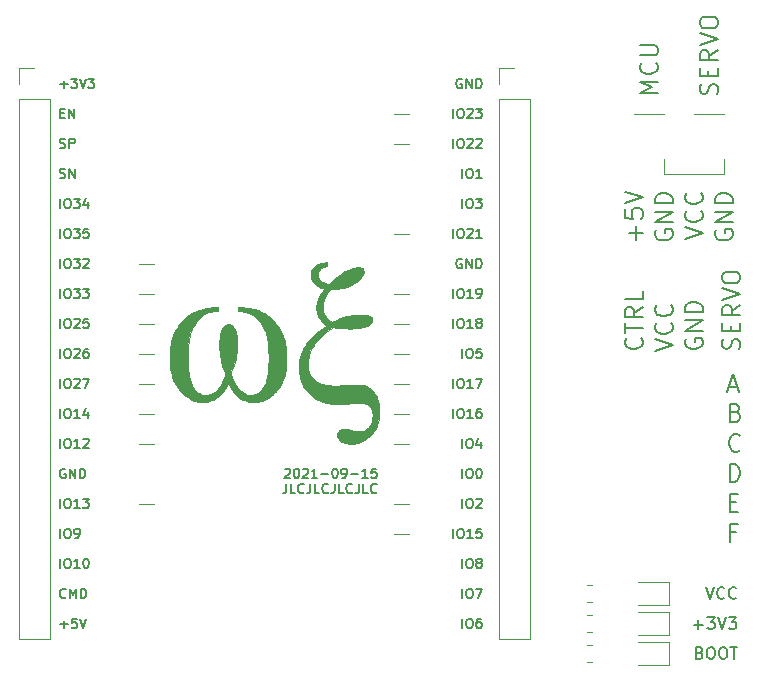
<source format=gbr>
%TF.GenerationSoftware,KiCad,Pcbnew,5.1.10-88a1d61d58~90~ubuntu20.04.1*%
%TF.CreationDate,2021-09-15T12:25:38+00:00*%
%TF.ProjectId,WifiServoBridge,57696669-5365-4727-966f-427269646765,rev?*%
%TF.SameCoordinates,Original*%
%TF.FileFunction,Legend,Top*%
%TF.FilePolarity,Positive*%
%FSLAX46Y46*%
G04 Gerber Fmt 4.6, Leading zero omitted, Abs format (unit mm)*
G04 Created by KiCad (PCBNEW 5.1.10-88a1d61d58~90~ubuntu20.04.1) date 2021-09-15 12:25:38*
%MOMM*%
%LPD*%
G01*
G04 APERTURE LIST*
%ADD10C,0.150000*%
%ADD11C,0.120000*%
%ADD12C,0.010000*%
G04 APERTURE END LIST*
D10*
X408096785Y81351428D02*
X408239642Y81303809D01*
X408287261Y81256190D01*
X408334880Y81160952D01*
X408334880Y81018095D01*
X408287261Y80922857D01*
X408239642Y80875238D01*
X408144404Y80827619D01*
X407763452Y80827619D01*
X407763452Y81827619D01*
X408096785Y81827619D01*
X408192023Y81780000D01*
X408239642Y81732380D01*
X408287261Y81637142D01*
X408287261Y81541904D01*
X408239642Y81446666D01*
X408192023Y81399047D01*
X408096785Y81351428D01*
X407763452Y81351428D01*
X408953928Y81827619D02*
X409144404Y81827619D01*
X409239642Y81780000D01*
X409334880Y81684761D01*
X409382500Y81494285D01*
X409382500Y81160952D01*
X409334880Y80970476D01*
X409239642Y80875238D01*
X409144404Y80827619D01*
X408953928Y80827619D01*
X408858690Y80875238D01*
X408763452Y80970476D01*
X408715833Y81160952D01*
X408715833Y81494285D01*
X408763452Y81684761D01*
X408858690Y81780000D01*
X408953928Y81827619D01*
X410001547Y81827619D02*
X410192023Y81827619D01*
X410287261Y81780000D01*
X410382500Y81684761D01*
X410430119Y81494285D01*
X410430119Y81160952D01*
X410382500Y80970476D01*
X410287261Y80875238D01*
X410192023Y80827619D01*
X410001547Y80827619D01*
X409906309Y80875238D01*
X409811071Y80970476D01*
X409763452Y81160952D01*
X409763452Y81494285D01*
X409811071Y81684761D01*
X409906309Y81780000D01*
X410001547Y81827619D01*
X410715833Y81827619D02*
X411287261Y81827619D01*
X411001547Y80827619D02*
X411001547Y81827619D01*
X407620595Y83748571D02*
X408382500Y83748571D01*
X408001547Y83367619D02*
X408001547Y84129523D01*
X408763452Y84367619D02*
X409382500Y84367619D01*
X409049166Y83986666D01*
X409192023Y83986666D01*
X409287261Y83939047D01*
X409334880Y83891428D01*
X409382500Y83796190D01*
X409382500Y83558095D01*
X409334880Y83462857D01*
X409287261Y83415238D01*
X409192023Y83367619D01*
X408906309Y83367619D01*
X408811071Y83415238D01*
X408763452Y83462857D01*
X409668214Y84367619D02*
X410001547Y83367619D01*
X410334880Y84367619D01*
X410572976Y84367619D02*
X411192023Y84367619D01*
X410858690Y83986666D01*
X411001547Y83986666D01*
X411096785Y83939047D01*
X411144404Y83891428D01*
X411192023Y83796190D01*
X411192023Y83558095D01*
X411144404Y83462857D01*
X411096785Y83415238D01*
X411001547Y83367619D01*
X410715833Y83367619D01*
X410620595Y83415238D01*
X410572976Y83462857D01*
X408620595Y86907619D02*
X408953928Y85907619D01*
X409287261Y86907619D01*
X410192023Y86002857D02*
X410144404Y85955238D01*
X410001547Y85907619D01*
X409906309Y85907619D01*
X409763452Y85955238D01*
X409668214Y86050476D01*
X409620595Y86145714D01*
X409572976Y86336190D01*
X409572976Y86479047D01*
X409620595Y86669523D01*
X409668214Y86764761D01*
X409763452Y86860000D01*
X409906309Y86907619D01*
X410001547Y86907619D01*
X410144404Y86860000D01*
X410192023Y86812380D01*
X411192023Y86002857D02*
X411144404Y85955238D01*
X411001547Y85907619D01*
X410906309Y85907619D01*
X410763452Y85955238D01*
X410668214Y86050476D01*
X410620595Y86145714D01*
X410572976Y86336190D01*
X410572976Y86479047D01*
X410620595Y86669523D01*
X410668214Y86764761D01*
X410763452Y86860000D01*
X410906309Y86907619D01*
X411001547Y86907619D01*
X411144404Y86860000D01*
X411192023Y86812380D01*
D11*
X360680000Y111760000D02*
X361950000Y111760000D01*
X360680000Y114300000D02*
X361950000Y114300000D01*
X360680000Y104140000D02*
X361950000Y104140000D01*
X360680000Y106680000D02*
X361950000Y106680000D01*
X360680000Y109220000D02*
X361950000Y109220000D01*
X382270000Y127000000D02*
X383540000Y127000000D01*
X382270000Y124460000D02*
X383540000Y124460000D01*
X382270000Y116840000D02*
X383540000Y116840000D01*
X382270000Y111760000D02*
X383540000Y111760000D01*
X382270000Y109220000D02*
X383540000Y109220000D01*
X382270000Y104140000D02*
X383540000Y104140000D01*
X382270000Y101600000D02*
X383540000Y101600000D01*
X382270000Y91440000D02*
X383540000Y91440000D01*
X361950000Y101600000D02*
X360680000Y101600000D01*
X361950000Y93980000D02*
X360680000Y93980000D01*
X361950000Y99060000D02*
X360680000Y99060000D01*
X382270000Y106680000D02*
X383540000Y106680000D01*
X383540000Y99060000D02*
X382270000Y99060000D01*
X382270000Y93980000D02*
X383540000Y93980000D01*
D10*
X372978690Y96881904D02*
X373016785Y96920000D01*
X373092976Y96958095D01*
X373283452Y96958095D01*
X373359642Y96920000D01*
X373397738Y96881904D01*
X373435833Y96805714D01*
X373435833Y96729523D01*
X373397738Y96615238D01*
X372940595Y96158095D01*
X373435833Y96158095D01*
X373931071Y96958095D02*
X374007261Y96958095D01*
X374083452Y96920000D01*
X374121547Y96881904D01*
X374159642Y96805714D01*
X374197738Y96653333D01*
X374197738Y96462857D01*
X374159642Y96310476D01*
X374121547Y96234285D01*
X374083452Y96196190D01*
X374007261Y96158095D01*
X373931071Y96158095D01*
X373854880Y96196190D01*
X373816785Y96234285D01*
X373778690Y96310476D01*
X373740595Y96462857D01*
X373740595Y96653333D01*
X373778690Y96805714D01*
X373816785Y96881904D01*
X373854880Y96920000D01*
X373931071Y96958095D01*
X374502500Y96881904D02*
X374540595Y96920000D01*
X374616785Y96958095D01*
X374807261Y96958095D01*
X374883452Y96920000D01*
X374921547Y96881904D01*
X374959642Y96805714D01*
X374959642Y96729523D01*
X374921547Y96615238D01*
X374464404Y96158095D01*
X374959642Y96158095D01*
X375721547Y96158095D02*
X375264404Y96158095D01*
X375492976Y96158095D02*
X375492976Y96958095D01*
X375416785Y96843809D01*
X375340595Y96767619D01*
X375264404Y96729523D01*
X376064404Y96462857D02*
X376673928Y96462857D01*
X377207261Y96958095D02*
X377283452Y96958095D01*
X377359642Y96920000D01*
X377397738Y96881904D01*
X377435833Y96805714D01*
X377473928Y96653333D01*
X377473928Y96462857D01*
X377435833Y96310476D01*
X377397738Y96234285D01*
X377359642Y96196190D01*
X377283452Y96158095D01*
X377207261Y96158095D01*
X377131071Y96196190D01*
X377092976Y96234285D01*
X377054880Y96310476D01*
X377016785Y96462857D01*
X377016785Y96653333D01*
X377054880Y96805714D01*
X377092976Y96881904D01*
X377131071Y96920000D01*
X377207261Y96958095D01*
X377854880Y96158095D02*
X378007261Y96158095D01*
X378083452Y96196190D01*
X378121547Y96234285D01*
X378197738Y96348571D01*
X378235833Y96500952D01*
X378235833Y96805714D01*
X378197738Y96881904D01*
X378159642Y96920000D01*
X378083452Y96958095D01*
X377931071Y96958095D01*
X377854880Y96920000D01*
X377816785Y96881904D01*
X377778690Y96805714D01*
X377778690Y96615238D01*
X377816785Y96539047D01*
X377854880Y96500952D01*
X377931071Y96462857D01*
X378083452Y96462857D01*
X378159642Y96500952D01*
X378197738Y96539047D01*
X378235833Y96615238D01*
X378578690Y96462857D02*
X379188214Y96462857D01*
X379988214Y96158095D02*
X379531071Y96158095D01*
X379759642Y96158095D02*
X379759642Y96958095D01*
X379683452Y96843809D01*
X379607261Y96767619D01*
X379531071Y96729523D01*
X380712023Y96958095D02*
X380331071Y96958095D01*
X380292976Y96577142D01*
X380331071Y96615238D01*
X380407261Y96653333D01*
X380597738Y96653333D01*
X380673928Y96615238D01*
X380712023Y96577142D01*
X380750119Y96500952D01*
X380750119Y96310476D01*
X380712023Y96234285D01*
X380673928Y96196190D01*
X380597738Y96158095D01*
X380407261Y96158095D01*
X380331071Y96196190D01*
X380292976Y96234285D01*
X373092976Y95688095D02*
X373092976Y95116666D01*
X373054880Y95002380D01*
X372978690Y94926190D01*
X372864404Y94888095D01*
X372788214Y94888095D01*
X373854880Y94888095D02*
X373473928Y94888095D01*
X373473928Y95688095D01*
X374578690Y94964285D02*
X374540595Y94926190D01*
X374426309Y94888095D01*
X374350119Y94888095D01*
X374235833Y94926190D01*
X374159642Y95002380D01*
X374121547Y95078571D01*
X374083452Y95230952D01*
X374083452Y95345238D01*
X374121547Y95497619D01*
X374159642Y95573809D01*
X374235833Y95650000D01*
X374350119Y95688095D01*
X374426309Y95688095D01*
X374540595Y95650000D01*
X374578690Y95611904D01*
X375150119Y95688095D02*
X375150119Y95116666D01*
X375112023Y95002380D01*
X375035833Y94926190D01*
X374921547Y94888095D01*
X374845357Y94888095D01*
X375912023Y94888095D02*
X375531071Y94888095D01*
X375531071Y95688095D01*
X376635833Y94964285D02*
X376597738Y94926190D01*
X376483452Y94888095D01*
X376407261Y94888095D01*
X376292976Y94926190D01*
X376216785Y95002380D01*
X376178690Y95078571D01*
X376140595Y95230952D01*
X376140595Y95345238D01*
X376178690Y95497619D01*
X376216785Y95573809D01*
X376292976Y95650000D01*
X376407261Y95688095D01*
X376483452Y95688095D01*
X376597738Y95650000D01*
X376635833Y95611904D01*
X377207261Y95688095D02*
X377207261Y95116666D01*
X377169166Y95002380D01*
X377092976Y94926190D01*
X376978690Y94888095D01*
X376902500Y94888095D01*
X377969166Y94888095D02*
X377588214Y94888095D01*
X377588214Y95688095D01*
X378692976Y94964285D02*
X378654880Y94926190D01*
X378540595Y94888095D01*
X378464404Y94888095D01*
X378350119Y94926190D01*
X378273928Y95002380D01*
X378235833Y95078571D01*
X378197738Y95230952D01*
X378197738Y95345238D01*
X378235833Y95497619D01*
X378273928Y95573809D01*
X378350119Y95650000D01*
X378464404Y95688095D01*
X378540595Y95688095D01*
X378654880Y95650000D01*
X378692976Y95611904D01*
X379264404Y95688095D02*
X379264404Y95116666D01*
X379226309Y95002380D01*
X379150119Y94926190D01*
X379035833Y94888095D01*
X378959642Y94888095D01*
X380026309Y94888095D02*
X379645357Y94888095D01*
X379645357Y95688095D01*
X380750119Y94964285D02*
X380712023Y94926190D01*
X380597738Y94888095D01*
X380521547Y94888095D01*
X380407261Y94926190D01*
X380331071Y95002380D01*
X380292976Y95078571D01*
X380254880Y95230952D01*
X380254880Y95345238D01*
X380292976Y95497619D01*
X380331071Y95573809D01*
X380407261Y95650000D01*
X380521547Y95688095D01*
X380597738Y95688095D01*
X380712023Y95650000D01*
X380750119Y95611904D01*
X388002023Y83458095D02*
X388002023Y84258095D01*
X388535357Y84258095D02*
X388687738Y84258095D01*
X388763928Y84220000D01*
X388840119Y84143809D01*
X388878214Y83991428D01*
X388878214Y83724761D01*
X388840119Y83572380D01*
X388763928Y83496190D01*
X388687738Y83458095D01*
X388535357Y83458095D01*
X388459166Y83496190D01*
X388382976Y83572380D01*
X388344880Y83724761D01*
X388344880Y83991428D01*
X388382976Y84143809D01*
X388459166Y84220000D01*
X388535357Y84258095D01*
X389563928Y84258095D02*
X389411547Y84258095D01*
X389335357Y84220000D01*
X389297261Y84181904D01*
X389221071Y84067619D01*
X389182976Y83915238D01*
X389182976Y83610476D01*
X389221071Y83534285D01*
X389259166Y83496190D01*
X389335357Y83458095D01*
X389487738Y83458095D01*
X389563928Y83496190D01*
X389602023Y83534285D01*
X389640119Y83610476D01*
X389640119Y83800952D01*
X389602023Y83877142D01*
X389563928Y83915238D01*
X389487738Y83953333D01*
X389335357Y83953333D01*
X389259166Y83915238D01*
X389221071Y83877142D01*
X389182976Y83800952D01*
X388002023Y85998095D02*
X388002023Y86798095D01*
X388535357Y86798095D02*
X388687738Y86798095D01*
X388763928Y86760000D01*
X388840119Y86683809D01*
X388878214Y86531428D01*
X388878214Y86264761D01*
X388840119Y86112380D01*
X388763928Y86036190D01*
X388687738Y85998095D01*
X388535357Y85998095D01*
X388459166Y86036190D01*
X388382976Y86112380D01*
X388344880Y86264761D01*
X388344880Y86531428D01*
X388382976Y86683809D01*
X388459166Y86760000D01*
X388535357Y86798095D01*
X389144880Y86798095D02*
X389678214Y86798095D01*
X389335357Y85998095D01*
X388002023Y88538095D02*
X388002023Y89338095D01*
X388535357Y89338095D02*
X388687738Y89338095D01*
X388763928Y89300000D01*
X388840119Y89223809D01*
X388878214Y89071428D01*
X388878214Y88804761D01*
X388840119Y88652380D01*
X388763928Y88576190D01*
X388687738Y88538095D01*
X388535357Y88538095D01*
X388459166Y88576190D01*
X388382976Y88652380D01*
X388344880Y88804761D01*
X388344880Y89071428D01*
X388382976Y89223809D01*
X388459166Y89300000D01*
X388535357Y89338095D01*
X389335357Y88995238D02*
X389259166Y89033333D01*
X389221071Y89071428D01*
X389182976Y89147619D01*
X389182976Y89185714D01*
X389221071Y89261904D01*
X389259166Y89300000D01*
X389335357Y89338095D01*
X389487738Y89338095D01*
X389563928Y89300000D01*
X389602023Y89261904D01*
X389640119Y89185714D01*
X389640119Y89147619D01*
X389602023Y89071428D01*
X389563928Y89033333D01*
X389487738Y88995238D01*
X389335357Y88995238D01*
X389259166Y88957142D01*
X389221071Y88919047D01*
X389182976Y88842857D01*
X389182976Y88690476D01*
X389221071Y88614285D01*
X389259166Y88576190D01*
X389335357Y88538095D01*
X389487738Y88538095D01*
X389563928Y88576190D01*
X389602023Y88614285D01*
X389640119Y88690476D01*
X389640119Y88842857D01*
X389602023Y88919047D01*
X389563928Y88957142D01*
X389487738Y88995238D01*
X387240119Y91078095D02*
X387240119Y91878095D01*
X387773452Y91878095D02*
X387925833Y91878095D01*
X388002023Y91840000D01*
X388078214Y91763809D01*
X388116309Y91611428D01*
X388116309Y91344761D01*
X388078214Y91192380D01*
X388002023Y91116190D01*
X387925833Y91078095D01*
X387773452Y91078095D01*
X387697261Y91116190D01*
X387621071Y91192380D01*
X387582976Y91344761D01*
X387582976Y91611428D01*
X387621071Y91763809D01*
X387697261Y91840000D01*
X387773452Y91878095D01*
X388878214Y91078095D02*
X388421071Y91078095D01*
X388649642Y91078095D02*
X388649642Y91878095D01*
X388573452Y91763809D01*
X388497261Y91687619D01*
X388421071Y91649523D01*
X389602023Y91878095D02*
X389221071Y91878095D01*
X389182976Y91497142D01*
X389221071Y91535238D01*
X389297261Y91573333D01*
X389487738Y91573333D01*
X389563928Y91535238D01*
X389602023Y91497142D01*
X389640119Y91420952D01*
X389640119Y91230476D01*
X389602023Y91154285D01*
X389563928Y91116190D01*
X389487738Y91078095D01*
X389297261Y91078095D01*
X389221071Y91116190D01*
X389182976Y91154285D01*
X388002023Y93618095D02*
X388002023Y94418095D01*
X388535357Y94418095D02*
X388687738Y94418095D01*
X388763928Y94380000D01*
X388840119Y94303809D01*
X388878214Y94151428D01*
X388878214Y93884761D01*
X388840119Y93732380D01*
X388763928Y93656190D01*
X388687738Y93618095D01*
X388535357Y93618095D01*
X388459166Y93656190D01*
X388382976Y93732380D01*
X388344880Y93884761D01*
X388344880Y94151428D01*
X388382976Y94303809D01*
X388459166Y94380000D01*
X388535357Y94418095D01*
X389182976Y94341904D02*
X389221071Y94380000D01*
X389297261Y94418095D01*
X389487738Y94418095D01*
X389563928Y94380000D01*
X389602023Y94341904D01*
X389640119Y94265714D01*
X389640119Y94189523D01*
X389602023Y94075238D01*
X389144880Y93618095D01*
X389640119Y93618095D01*
X388002023Y96158095D02*
X388002023Y96958095D01*
X388535357Y96958095D02*
X388687738Y96958095D01*
X388763928Y96920000D01*
X388840119Y96843809D01*
X388878214Y96691428D01*
X388878214Y96424761D01*
X388840119Y96272380D01*
X388763928Y96196190D01*
X388687738Y96158095D01*
X388535357Y96158095D01*
X388459166Y96196190D01*
X388382976Y96272380D01*
X388344880Y96424761D01*
X388344880Y96691428D01*
X388382976Y96843809D01*
X388459166Y96920000D01*
X388535357Y96958095D01*
X389373452Y96958095D02*
X389449642Y96958095D01*
X389525833Y96920000D01*
X389563928Y96881904D01*
X389602023Y96805714D01*
X389640119Y96653333D01*
X389640119Y96462857D01*
X389602023Y96310476D01*
X389563928Y96234285D01*
X389525833Y96196190D01*
X389449642Y96158095D01*
X389373452Y96158095D01*
X389297261Y96196190D01*
X389259166Y96234285D01*
X389221071Y96310476D01*
X389182976Y96462857D01*
X389182976Y96653333D01*
X389221071Y96805714D01*
X389259166Y96881904D01*
X389297261Y96920000D01*
X389373452Y96958095D01*
X388002023Y98698095D02*
X388002023Y99498095D01*
X388535357Y99498095D02*
X388687738Y99498095D01*
X388763928Y99460000D01*
X388840119Y99383809D01*
X388878214Y99231428D01*
X388878214Y98964761D01*
X388840119Y98812380D01*
X388763928Y98736190D01*
X388687738Y98698095D01*
X388535357Y98698095D01*
X388459166Y98736190D01*
X388382976Y98812380D01*
X388344880Y98964761D01*
X388344880Y99231428D01*
X388382976Y99383809D01*
X388459166Y99460000D01*
X388535357Y99498095D01*
X389563928Y99231428D02*
X389563928Y98698095D01*
X389373452Y99536190D02*
X389182976Y98964761D01*
X389678214Y98964761D01*
X387240119Y101238095D02*
X387240119Y102038095D01*
X387773452Y102038095D02*
X387925833Y102038095D01*
X388002023Y102000000D01*
X388078214Y101923809D01*
X388116309Y101771428D01*
X388116309Y101504761D01*
X388078214Y101352380D01*
X388002023Y101276190D01*
X387925833Y101238095D01*
X387773452Y101238095D01*
X387697261Y101276190D01*
X387621071Y101352380D01*
X387582976Y101504761D01*
X387582976Y101771428D01*
X387621071Y101923809D01*
X387697261Y102000000D01*
X387773452Y102038095D01*
X388878214Y101238095D02*
X388421071Y101238095D01*
X388649642Y101238095D02*
X388649642Y102038095D01*
X388573452Y101923809D01*
X388497261Y101847619D01*
X388421071Y101809523D01*
X389563928Y102038095D02*
X389411547Y102038095D01*
X389335357Y102000000D01*
X389297261Y101961904D01*
X389221071Y101847619D01*
X389182976Y101695238D01*
X389182976Y101390476D01*
X389221071Y101314285D01*
X389259166Y101276190D01*
X389335357Y101238095D01*
X389487738Y101238095D01*
X389563928Y101276190D01*
X389602023Y101314285D01*
X389640119Y101390476D01*
X389640119Y101580952D01*
X389602023Y101657142D01*
X389563928Y101695238D01*
X389487738Y101733333D01*
X389335357Y101733333D01*
X389259166Y101695238D01*
X389221071Y101657142D01*
X389182976Y101580952D01*
X387240119Y103778095D02*
X387240119Y104578095D01*
X387773452Y104578095D02*
X387925833Y104578095D01*
X388002023Y104540000D01*
X388078214Y104463809D01*
X388116309Y104311428D01*
X388116309Y104044761D01*
X388078214Y103892380D01*
X388002023Y103816190D01*
X387925833Y103778095D01*
X387773452Y103778095D01*
X387697261Y103816190D01*
X387621071Y103892380D01*
X387582976Y104044761D01*
X387582976Y104311428D01*
X387621071Y104463809D01*
X387697261Y104540000D01*
X387773452Y104578095D01*
X388878214Y103778095D02*
X388421071Y103778095D01*
X388649642Y103778095D02*
X388649642Y104578095D01*
X388573452Y104463809D01*
X388497261Y104387619D01*
X388421071Y104349523D01*
X389144880Y104578095D02*
X389678214Y104578095D01*
X389335357Y103778095D01*
X388002023Y106318095D02*
X388002023Y107118095D01*
X388535357Y107118095D02*
X388687738Y107118095D01*
X388763928Y107080000D01*
X388840119Y107003809D01*
X388878214Y106851428D01*
X388878214Y106584761D01*
X388840119Y106432380D01*
X388763928Y106356190D01*
X388687738Y106318095D01*
X388535357Y106318095D01*
X388459166Y106356190D01*
X388382976Y106432380D01*
X388344880Y106584761D01*
X388344880Y106851428D01*
X388382976Y107003809D01*
X388459166Y107080000D01*
X388535357Y107118095D01*
X389602023Y107118095D02*
X389221071Y107118095D01*
X389182976Y106737142D01*
X389221071Y106775238D01*
X389297261Y106813333D01*
X389487738Y106813333D01*
X389563928Y106775238D01*
X389602023Y106737142D01*
X389640119Y106660952D01*
X389640119Y106470476D01*
X389602023Y106394285D01*
X389563928Y106356190D01*
X389487738Y106318095D01*
X389297261Y106318095D01*
X389221071Y106356190D01*
X389182976Y106394285D01*
X387240119Y108858095D02*
X387240119Y109658095D01*
X387773452Y109658095D02*
X387925833Y109658095D01*
X388002023Y109620000D01*
X388078214Y109543809D01*
X388116309Y109391428D01*
X388116309Y109124761D01*
X388078214Y108972380D01*
X388002023Y108896190D01*
X387925833Y108858095D01*
X387773452Y108858095D01*
X387697261Y108896190D01*
X387621071Y108972380D01*
X387582976Y109124761D01*
X387582976Y109391428D01*
X387621071Y109543809D01*
X387697261Y109620000D01*
X387773452Y109658095D01*
X388878214Y108858095D02*
X388421071Y108858095D01*
X388649642Y108858095D02*
X388649642Y109658095D01*
X388573452Y109543809D01*
X388497261Y109467619D01*
X388421071Y109429523D01*
X389335357Y109315238D02*
X389259166Y109353333D01*
X389221071Y109391428D01*
X389182976Y109467619D01*
X389182976Y109505714D01*
X389221071Y109581904D01*
X389259166Y109620000D01*
X389335357Y109658095D01*
X389487738Y109658095D01*
X389563928Y109620000D01*
X389602023Y109581904D01*
X389640119Y109505714D01*
X389640119Y109467619D01*
X389602023Y109391428D01*
X389563928Y109353333D01*
X389487738Y109315238D01*
X389335357Y109315238D01*
X389259166Y109277142D01*
X389221071Y109239047D01*
X389182976Y109162857D01*
X389182976Y109010476D01*
X389221071Y108934285D01*
X389259166Y108896190D01*
X389335357Y108858095D01*
X389487738Y108858095D01*
X389563928Y108896190D01*
X389602023Y108934285D01*
X389640119Y109010476D01*
X389640119Y109162857D01*
X389602023Y109239047D01*
X389563928Y109277142D01*
X389487738Y109315238D01*
X387240119Y111398095D02*
X387240119Y112198095D01*
X387773452Y112198095D02*
X387925833Y112198095D01*
X388002023Y112160000D01*
X388078214Y112083809D01*
X388116309Y111931428D01*
X388116309Y111664761D01*
X388078214Y111512380D01*
X388002023Y111436190D01*
X387925833Y111398095D01*
X387773452Y111398095D01*
X387697261Y111436190D01*
X387621071Y111512380D01*
X387582976Y111664761D01*
X387582976Y111931428D01*
X387621071Y112083809D01*
X387697261Y112160000D01*
X387773452Y112198095D01*
X388878214Y111398095D02*
X388421071Y111398095D01*
X388649642Y111398095D02*
X388649642Y112198095D01*
X388573452Y112083809D01*
X388497261Y112007619D01*
X388421071Y111969523D01*
X389259166Y111398095D02*
X389411547Y111398095D01*
X389487738Y111436190D01*
X389525833Y111474285D01*
X389602023Y111588571D01*
X389640119Y111740952D01*
X389640119Y112045714D01*
X389602023Y112121904D01*
X389563928Y112160000D01*
X389487738Y112198095D01*
X389335357Y112198095D01*
X389259166Y112160000D01*
X389221071Y112121904D01*
X389182976Y112045714D01*
X389182976Y111855238D01*
X389221071Y111779047D01*
X389259166Y111740952D01*
X389335357Y111702857D01*
X389487738Y111702857D01*
X389563928Y111740952D01*
X389602023Y111779047D01*
X389640119Y111855238D01*
X387963928Y114700000D02*
X387887738Y114738095D01*
X387773452Y114738095D01*
X387659166Y114700000D01*
X387582976Y114623809D01*
X387544880Y114547619D01*
X387506785Y114395238D01*
X387506785Y114280952D01*
X387544880Y114128571D01*
X387582976Y114052380D01*
X387659166Y113976190D01*
X387773452Y113938095D01*
X387849642Y113938095D01*
X387963928Y113976190D01*
X388002023Y114014285D01*
X388002023Y114280952D01*
X387849642Y114280952D01*
X388344880Y113938095D02*
X388344880Y114738095D01*
X388802023Y113938095D01*
X388802023Y114738095D01*
X389182976Y113938095D02*
X389182976Y114738095D01*
X389373452Y114738095D01*
X389487738Y114700000D01*
X389563928Y114623809D01*
X389602023Y114547619D01*
X389640119Y114395238D01*
X389640119Y114280952D01*
X389602023Y114128571D01*
X389563928Y114052380D01*
X389487738Y113976190D01*
X389373452Y113938095D01*
X389182976Y113938095D01*
X387240119Y116478095D02*
X387240119Y117278095D01*
X387773452Y117278095D02*
X387925833Y117278095D01*
X388002023Y117240000D01*
X388078214Y117163809D01*
X388116309Y117011428D01*
X388116309Y116744761D01*
X388078214Y116592380D01*
X388002023Y116516190D01*
X387925833Y116478095D01*
X387773452Y116478095D01*
X387697261Y116516190D01*
X387621071Y116592380D01*
X387582976Y116744761D01*
X387582976Y117011428D01*
X387621071Y117163809D01*
X387697261Y117240000D01*
X387773452Y117278095D01*
X388421071Y117201904D02*
X388459166Y117240000D01*
X388535357Y117278095D01*
X388725833Y117278095D01*
X388802023Y117240000D01*
X388840119Y117201904D01*
X388878214Y117125714D01*
X388878214Y117049523D01*
X388840119Y116935238D01*
X388382976Y116478095D01*
X388878214Y116478095D01*
X389640119Y116478095D02*
X389182976Y116478095D01*
X389411547Y116478095D02*
X389411547Y117278095D01*
X389335357Y117163809D01*
X389259166Y117087619D01*
X389182976Y117049523D01*
X388002023Y119018095D02*
X388002023Y119818095D01*
X388535357Y119818095D02*
X388687738Y119818095D01*
X388763928Y119780000D01*
X388840119Y119703809D01*
X388878214Y119551428D01*
X388878214Y119284761D01*
X388840119Y119132380D01*
X388763928Y119056190D01*
X388687738Y119018095D01*
X388535357Y119018095D01*
X388459166Y119056190D01*
X388382976Y119132380D01*
X388344880Y119284761D01*
X388344880Y119551428D01*
X388382976Y119703809D01*
X388459166Y119780000D01*
X388535357Y119818095D01*
X389144880Y119818095D02*
X389640119Y119818095D01*
X389373452Y119513333D01*
X389487738Y119513333D01*
X389563928Y119475238D01*
X389602023Y119437142D01*
X389640119Y119360952D01*
X389640119Y119170476D01*
X389602023Y119094285D01*
X389563928Y119056190D01*
X389487738Y119018095D01*
X389259166Y119018095D01*
X389182976Y119056190D01*
X389144880Y119094285D01*
X388002023Y121558095D02*
X388002023Y122358095D01*
X388535357Y122358095D02*
X388687738Y122358095D01*
X388763928Y122320000D01*
X388840119Y122243809D01*
X388878214Y122091428D01*
X388878214Y121824761D01*
X388840119Y121672380D01*
X388763928Y121596190D01*
X388687738Y121558095D01*
X388535357Y121558095D01*
X388459166Y121596190D01*
X388382976Y121672380D01*
X388344880Y121824761D01*
X388344880Y122091428D01*
X388382976Y122243809D01*
X388459166Y122320000D01*
X388535357Y122358095D01*
X389640119Y121558095D02*
X389182976Y121558095D01*
X389411547Y121558095D02*
X389411547Y122358095D01*
X389335357Y122243809D01*
X389259166Y122167619D01*
X389182976Y122129523D01*
X387240119Y124098095D02*
X387240119Y124898095D01*
X387773452Y124898095D02*
X387925833Y124898095D01*
X388002023Y124860000D01*
X388078214Y124783809D01*
X388116309Y124631428D01*
X388116309Y124364761D01*
X388078214Y124212380D01*
X388002023Y124136190D01*
X387925833Y124098095D01*
X387773452Y124098095D01*
X387697261Y124136190D01*
X387621071Y124212380D01*
X387582976Y124364761D01*
X387582976Y124631428D01*
X387621071Y124783809D01*
X387697261Y124860000D01*
X387773452Y124898095D01*
X388421071Y124821904D02*
X388459166Y124860000D01*
X388535357Y124898095D01*
X388725833Y124898095D01*
X388802023Y124860000D01*
X388840119Y124821904D01*
X388878214Y124745714D01*
X388878214Y124669523D01*
X388840119Y124555238D01*
X388382976Y124098095D01*
X388878214Y124098095D01*
X389182976Y124821904D02*
X389221071Y124860000D01*
X389297261Y124898095D01*
X389487738Y124898095D01*
X389563928Y124860000D01*
X389602023Y124821904D01*
X389640119Y124745714D01*
X389640119Y124669523D01*
X389602023Y124555238D01*
X389144880Y124098095D01*
X389640119Y124098095D01*
X387240119Y126638095D02*
X387240119Y127438095D01*
X387773452Y127438095D02*
X387925833Y127438095D01*
X388002023Y127400000D01*
X388078214Y127323809D01*
X388116309Y127171428D01*
X388116309Y126904761D01*
X388078214Y126752380D01*
X388002023Y126676190D01*
X387925833Y126638095D01*
X387773452Y126638095D01*
X387697261Y126676190D01*
X387621071Y126752380D01*
X387582976Y126904761D01*
X387582976Y127171428D01*
X387621071Y127323809D01*
X387697261Y127400000D01*
X387773452Y127438095D01*
X388421071Y127361904D02*
X388459166Y127400000D01*
X388535357Y127438095D01*
X388725833Y127438095D01*
X388802023Y127400000D01*
X388840119Y127361904D01*
X388878214Y127285714D01*
X388878214Y127209523D01*
X388840119Y127095238D01*
X388382976Y126638095D01*
X388878214Y126638095D01*
X389144880Y127438095D02*
X389640119Y127438095D01*
X389373452Y127133333D01*
X389487738Y127133333D01*
X389563928Y127095238D01*
X389602023Y127057142D01*
X389640119Y126980952D01*
X389640119Y126790476D01*
X389602023Y126714285D01*
X389563928Y126676190D01*
X389487738Y126638095D01*
X389259166Y126638095D01*
X389182976Y126676190D01*
X389144880Y126714285D01*
X387963928Y129940000D02*
X387887738Y129978095D01*
X387773452Y129978095D01*
X387659166Y129940000D01*
X387582976Y129863809D01*
X387544880Y129787619D01*
X387506785Y129635238D01*
X387506785Y129520952D01*
X387544880Y129368571D01*
X387582976Y129292380D01*
X387659166Y129216190D01*
X387773452Y129178095D01*
X387849642Y129178095D01*
X387963928Y129216190D01*
X388002023Y129254285D01*
X388002023Y129520952D01*
X387849642Y129520952D01*
X388344880Y129178095D02*
X388344880Y129978095D01*
X388802023Y129178095D01*
X388802023Y129978095D01*
X389182976Y129178095D02*
X389182976Y129978095D01*
X389373452Y129978095D01*
X389487738Y129940000D01*
X389563928Y129863809D01*
X389602023Y129787619D01*
X389640119Y129635238D01*
X389640119Y129520952D01*
X389602023Y129368571D01*
X389563928Y129292380D01*
X389487738Y129216190D01*
X389373452Y129178095D01*
X389182976Y129178095D01*
X353982976Y83762857D02*
X354592500Y83762857D01*
X354287738Y83458095D02*
X354287738Y84067619D01*
X355354404Y84258095D02*
X354973452Y84258095D01*
X354935357Y83877142D01*
X354973452Y83915238D01*
X355049642Y83953333D01*
X355240119Y83953333D01*
X355316309Y83915238D01*
X355354404Y83877142D01*
X355392500Y83800952D01*
X355392500Y83610476D01*
X355354404Y83534285D01*
X355316309Y83496190D01*
X355240119Y83458095D01*
X355049642Y83458095D01*
X354973452Y83496190D01*
X354935357Y83534285D01*
X355621071Y84258095D02*
X355887738Y83458095D01*
X356154404Y84258095D01*
X354440119Y86074285D02*
X354402023Y86036190D01*
X354287738Y85998095D01*
X354211547Y85998095D01*
X354097261Y86036190D01*
X354021071Y86112380D01*
X353982976Y86188571D01*
X353944880Y86340952D01*
X353944880Y86455238D01*
X353982976Y86607619D01*
X354021071Y86683809D01*
X354097261Y86760000D01*
X354211547Y86798095D01*
X354287738Y86798095D01*
X354402023Y86760000D01*
X354440119Y86721904D01*
X354782976Y85998095D02*
X354782976Y86798095D01*
X355049642Y86226666D01*
X355316309Y86798095D01*
X355316309Y85998095D01*
X355697261Y85998095D02*
X355697261Y86798095D01*
X355887738Y86798095D01*
X356002023Y86760000D01*
X356078214Y86683809D01*
X356116309Y86607619D01*
X356154404Y86455238D01*
X356154404Y86340952D01*
X356116309Y86188571D01*
X356078214Y86112380D01*
X356002023Y86036190D01*
X355887738Y85998095D01*
X355697261Y85998095D01*
X353982976Y88538095D02*
X353982976Y89338095D01*
X354516309Y89338095D02*
X354668690Y89338095D01*
X354744880Y89300000D01*
X354821071Y89223809D01*
X354859166Y89071428D01*
X354859166Y88804761D01*
X354821071Y88652380D01*
X354744880Y88576190D01*
X354668690Y88538095D01*
X354516309Y88538095D01*
X354440119Y88576190D01*
X354363928Y88652380D01*
X354325833Y88804761D01*
X354325833Y89071428D01*
X354363928Y89223809D01*
X354440119Y89300000D01*
X354516309Y89338095D01*
X355621071Y88538095D02*
X355163928Y88538095D01*
X355392500Y88538095D02*
X355392500Y89338095D01*
X355316309Y89223809D01*
X355240119Y89147619D01*
X355163928Y89109523D01*
X356116309Y89338095D02*
X356192500Y89338095D01*
X356268690Y89300000D01*
X356306785Y89261904D01*
X356344880Y89185714D01*
X356382976Y89033333D01*
X356382976Y88842857D01*
X356344880Y88690476D01*
X356306785Y88614285D01*
X356268690Y88576190D01*
X356192500Y88538095D01*
X356116309Y88538095D01*
X356040119Y88576190D01*
X356002023Y88614285D01*
X355963928Y88690476D01*
X355925833Y88842857D01*
X355925833Y89033333D01*
X355963928Y89185714D01*
X356002023Y89261904D01*
X356040119Y89300000D01*
X356116309Y89338095D01*
X353982976Y91078095D02*
X353982976Y91878095D01*
X354516309Y91878095D02*
X354668690Y91878095D01*
X354744880Y91840000D01*
X354821071Y91763809D01*
X354859166Y91611428D01*
X354859166Y91344761D01*
X354821071Y91192380D01*
X354744880Y91116190D01*
X354668690Y91078095D01*
X354516309Y91078095D01*
X354440119Y91116190D01*
X354363928Y91192380D01*
X354325833Y91344761D01*
X354325833Y91611428D01*
X354363928Y91763809D01*
X354440119Y91840000D01*
X354516309Y91878095D01*
X355240119Y91078095D02*
X355392500Y91078095D01*
X355468690Y91116190D01*
X355506785Y91154285D01*
X355582976Y91268571D01*
X355621071Y91420952D01*
X355621071Y91725714D01*
X355582976Y91801904D01*
X355544880Y91840000D01*
X355468690Y91878095D01*
X355316309Y91878095D01*
X355240119Y91840000D01*
X355202023Y91801904D01*
X355163928Y91725714D01*
X355163928Y91535238D01*
X355202023Y91459047D01*
X355240119Y91420952D01*
X355316309Y91382857D01*
X355468690Y91382857D01*
X355544880Y91420952D01*
X355582976Y91459047D01*
X355621071Y91535238D01*
X353982976Y93618095D02*
X353982976Y94418095D01*
X354516309Y94418095D02*
X354668690Y94418095D01*
X354744880Y94380000D01*
X354821071Y94303809D01*
X354859166Y94151428D01*
X354859166Y93884761D01*
X354821071Y93732380D01*
X354744880Y93656190D01*
X354668690Y93618095D01*
X354516309Y93618095D01*
X354440119Y93656190D01*
X354363928Y93732380D01*
X354325833Y93884761D01*
X354325833Y94151428D01*
X354363928Y94303809D01*
X354440119Y94380000D01*
X354516309Y94418095D01*
X355621071Y93618095D02*
X355163928Y93618095D01*
X355392500Y93618095D02*
X355392500Y94418095D01*
X355316309Y94303809D01*
X355240119Y94227619D01*
X355163928Y94189523D01*
X355887738Y94418095D02*
X356382976Y94418095D01*
X356116309Y94113333D01*
X356230595Y94113333D01*
X356306785Y94075238D01*
X356344880Y94037142D01*
X356382976Y93960952D01*
X356382976Y93770476D01*
X356344880Y93694285D01*
X356306785Y93656190D01*
X356230595Y93618095D01*
X356002023Y93618095D01*
X355925833Y93656190D01*
X355887738Y93694285D01*
X354402023Y96920000D02*
X354325833Y96958095D01*
X354211547Y96958095D01*
X354097261Y96920000D01*
X354021071Y96843809D01*
X353982976Y96767619D01*
X353944880Y96615238D01*
X353944880Y96500952D01*
X353982976Y96348571D01*
X354021071Y96272380D01*
X354097261Y96196190D01*
X354211547Y96158095D01*
X354287738Y96158095D01*
X354402023Y96196190D01*
X354440119Y96234285D01*
X354440119Y96500952D01*
X354287738Y96500952D01*
X354782976Y96158095D02*
X354782976Y96958095D01*
X355240119Y96158095D01*
X355240119Y96958095D01*
X355621071Y96158095D02*
X355621071Y96958095D01*
X355811547Y96958095D01*
X355925833Y96920000D01*
X356002023Y96843809D01*
X356040119Y96767619D01*
X356078214Y96615238D01*
X356078214Y96500952D01*
X356040119Y96348571D01*
X356002023Y96272380D01*
X355925833Y96196190D01*
X355811547Y96158095D01*
X355621071Y96158095D01*
X353982976Y98698095D02*
X353982976Y99498095D01*
X354516309Y99498095D02*
X354668690Y99498095D01*
X354744880Y99460000D01*
X354821071Y99383809D01*
X354859166Y99231428D01*
X354859166Y98964761D01*
X354821071Y98812380D01*
X354744880Y98736190D01*
X354668690Y98698095D01*
X354516309Y98698095D01*
X354440119Y98736190D01*
X354363928Y98812380D01*
X354325833Y98964761D01*
X354325833Y99231428D01*
X354363928Y99383809D01*
X354440119Y99460000D01*
X354516309Y99498095D01*
X355621071Y98698095D02*
X355163928Y98698095D01*
X355392500Y98698095D02*
X355392500Y99498095D01*
X355316309Y99383809D01*
X355240119Y99307619D01*
X355163928Y99269523D01*
X355925833Y99421904D02*
X355963928Y99460000D01*
X356040119Y99498095D01*
X356230595Y99498095D01*
X356306785Y99460000D01*
X356344880Y99421904D01*
X356382976Y99345714D01*
X356382976Y99269523D01*
X356344880Y99155238D01*
X355887738Y98698095D01*
X356382976Y98698095D01*
X353982976Y101238095D02*
X353982976Y102038095D01*
X354516309Y102038095D02*
X354668690Y102038095D01*
X354744880Y102000000D01*
X354821071Y101923809D01*
X354859166Y101771428D01*
X354859166Y101504761D01*
X354821071Y101352380D01*
X354744880Y101276190D01*
X354668690Y101238095D01*
X354516309Y101238095D01*
X354440119Y101276190D01*
X354363928Y101352380D01*
X354325833Y101504761D01*
X354325833Y101771428D01*
X354363928Y101923809D01*
X354440119Y102000000D01*
X354516309Y102038095D01*
X355621071Y101238095D02*
X355163928Y101238095D01*
X355392500Y101238095D02*
X355392500Y102038095D01*
X355316309Y101923809D01*
X355240119Y101847619D01*
X355163928Y101809523D01*
X356306785Y101771428D02*
X356306785Y101238095D01*
X356116309Y102076190D02*
X355925833Y101504761D01*
X356421071Y101504761D01*
X353982976Y103778095D02*
X353982976Y104578095D01*
X354516309Y104578095D02*
X354668690Y104578095D01*
X354744880Y104540000D01*
X354821071Y104463809D01*
X354859166Y104311428D01*
X354859166Y104044761D01*
X354821071Y103892380D01*
X354744880Y103816190D01*
X354668690Y103778095D01*
X354516309Y103778095D01*
X354440119Y103816190D01*
X354363928Y103892380D01*
X354325833Y104044761D01*
X354325833Y104311428D01*
X354363928Y104463809D01*
X354440119Y104540000D01*
X354516309Y104578095D01*
X355163928Y104501904D02*
X355202023Y104540000D01*
X355278214Y104578095D01*
X355468690Y104578095D01*
X355544880Y104540000D01*
X355582976Y104501904D01*
X355621071Y104425714D01*
X355621071Y104349523D01*
X355582976Y104235238D01*
X355125833Y103778095D01*
X355621071Y103778095D01*
X355887738Y104578095D02*
X356421071Y104578095D01*
X356078214Y103778095D01*
X353982976Y106318095D02*
X353982976Y107118095D01*
X354516309Y107118095D02*
X354668690Y107118095D01*
X354744880Y107080000D01*
X354821071Y107003809D01*
X354859166Y106851428D01*
X354859166Y106584761D01*
X354821071Y106432380D01*
X354744880Y106356190D01*
X354668690Y106318095D01*
X354516309Y106318095D01*
X354440119Y106356190D01*
X354363928Y106432380D01*
X354325833Y106584761D01*
X354325833Y106851428D01*
X354363928Y107003809D01*
X354440119Y107080000D01*
X354516309Y107118095D01*
X355163928Y107041904D02*
X355202023Y107080000D01*
X355278214Y107118095D01*
X355468690Y107118095D01*
X355544880Y107080000D01*
X355582976Y107041904D01*
X355621071Y106965714D01*
X355621071Y106889523D01*
X355582976Y106775238D01*
X355125833Y106318095D01*
X355621071Y106318095D01*
X356306785Y107118095D02*
X356154404Y107118095D01*
X356078214Y107080000D01*
X356040119Y107041904D01*
X355963928Y106927619D01*
X355925833Y106775238D01*
X355925833Y106470476D01*
X355963928Y106394285D01*
X356002023Y106356190D01*
X356078214Y106318095D01*
X356230595Y106318095D01*
X356306785Y106356190D01*
X356344880Y106394285D01*
X356382976Y106470476D01*
X356382976Y106660952D01*
X356344880Y106737142D01*
X356306785Y106775238D01*
X356230595Y106813333D01*
X356078214Y106813333D01*
X356002023Y106775238D01*
X355963928Y106737142D01*
X355925833Y106660952D01*
X353982976Y108858095D02*
X353982976Y109658095D01*
X354516309Y109658095D02*
X354668690Y109658095D01*
X354744880Y109620000D01*
X354821071Y109543809D01*
X354859166Y109391428D01*
X354859166Y109124761D01*
X354821071Y108972380D01*
X354744880Y108896190D01*
X354668690Y108858095D01*
X354516309Y108858095D01*
X354440119Y108896190D01*
X354363928Y108972380D01*
X354325833Y109124761D01*
X354325833Y109391428D01*
X354363928Y109543809D01*
X354440119Y109620000D01*
X354516309Y109658095D01*
X355163928Y109581904D02*
X355202023Y109620000D01*
X355278214Y109658095D01*
X355468690Y109658095D01*
X355544880Y109620000D01*
X355582976Y109581904D01*
X355621071Y109505714D01*
X355621071Y109429523D01*
X355582976Y109315238D01*
X355125833Y108858095D01*
X355621071Y108858095D01*
X356344880Y109658095D02*
X355963928Y109658095D01*
X355925833Y109277142D01*
X355963928Y109315238D01*
X356040119Y109353333D01*
X356230595Y109353333D01*
X356306785Y109315238D01*
X356344880Y109277142D01*
X356382976Y109200952D01*
X356382976Y109010476D01*
X356344880Y108934285D01*
X356306785Y108896190D01*
X356230595Y108858095D01*
X356040119Y108858095D01*
X355963928Y108896190D01*
X355925833Y108934285D01*
X353982976Y111398095D02*
X353982976Y112198095D01*
X354516309Y112198095D02*
X354668690Y112198095D01*
X354744880Y112160000D01*
X354821071Y112083809D01*
X354859166Y111931428D01*
X354859166Y111664761D01*
X354821071Y111512380D01*
X354744880Y111436190D01*
X354668690Y111398095D01*
X354516309Y111398095D01*
X354440119Y111436190D01*
X354363928Y111512380D01*
X354325833Y111664761D01*
X354325833Y111931428D01*
X354363928Y112083809D01*
X354440119Y112160000D01*
X354516309Y112198095D01*
X355125833Y112198095D02*
X355621071Y112198095D01*
X355354404Y111893333D01*
X355468690Y111893333D01*
X355544880Y111855238D01*
X355582976Y111817142D01*
X355621071Y111740952D01*
X355621071Y111550476D01*
X355582976Y111474285D01*
X355544880Y111436190D01*
X355468690Y111398095D01*
X355240119Y111398095D01*
X355163928Y111436190D01*
X355125833Y111474285D01*
X355887738Y112198095D02*
X356382976Y112198095D01*
X356116309Y111893333D01*
X356230595Y111893333D01*
X356306785Y111855238D01*
X356344880Y111817142D01*
X356382976Y111740952D01*
X356382976Y111550476D01*
X356344880Y111474285D01*
X356306785Y111436190D01*
X356230595Y111398095D01*
X356002023Y111398095D01*
X355925833Y111436190D01*
X355887738Y111474285D01*
X353982976Y113938095D02*
X353982976Y114738095D01*
X354516309Y114738095D02*
X354668690Y114738095D01*
X354744880Y114700000D01*
X354821071Y114623809D01*
X354859166Y114471428D01*
X354859166Y114204761D01*
X354821071Y114052380D01*
X354744880Y113976190D01*
X354668690Y113938095D01*
X354516309Y113938095D01*
X354440119Y113976190D01*
X354363928Y114052380D01*
X354325833Y114204761D01*
X354325833Y114471428D01*
X354363928Y114623809D01*
X354440119Y114700000D01*
X354516309Y114738095D01*
X355125833Y114738095D02*
X355621071Y114738095D01*
X355354404Y114433333D01*
X355468690Y114433333D01*
X355544880Y114395238D01*
X355582976Y114357142D01*
X355621071Y114280952D01*
X355621071Y114090476D01*
X355582976Y114014285D01*
X355544880Y113976190D01*
X355468690Y113938095D01*
X355240119Y113938095D01*
X355163928Y113976190D01*
X355125833Y114014285D01*
X355925833Y114661904D02*
X355963928Y114700000D01*
X356040119Y114738095D01*
X356230595Y114738095D01*
X356306785Y114700000D01*
X356344880Y114661904D01*
X356382976Y114585714D01*
X356382976Y114509523D01*
X356344880Y114395238D01*
X355887738Y113938095D01*
X356382976Y113938095D01*
X353982976Y116478095D02*
X353982976Y117278095D01*
X354516309Y117278095D02*
X354668690Y117278095D01*
X354744880Y117240000D01*
X354821071Y117163809D01*
X354859166Y117011428D01*
X354859166Y116744761D01*
X354821071Y116592380D01*
X354744880Y116516190D01*
X354668690Y116478095D01*
X354516309Y116478095D01*
X354440119Y116516190D01*
X354363928Y116592380D01*
X354325833Y116744761D01*
X354325833Y117011428D01*
X354363928Y117163809D01*
X354440119Y117240000D01*
X354516309Y117278095D01*
X355125833Y117278095D02*
X355621071Y117278095D01*
X355354404Y116973333D01*
X355468690Y116973333D01*
X355544880Y116935238D01*
X355582976Y116897142D01*
X355621071Y116820952D01*
X355621071Y116630476D01*
X355582976Y116554285D01*
X355544880Y116516190D01*
X355468690Y116478095D01*
X355240119Y116478095D01*
X355163928Y116516190D01*
X355125833Y116554285D01*
X356344880Y117278095D02*
X355963928Y117278095D01*
X355925833Y116897142D01*
X355963928Y116935238D01*
X356040119Y116973333D01*
X356230595Y116973333D01*
X356306785Y116935238D01*
X356344880Y116897142D01*
X356382976Y116820952D01*
X356382976Y116630476D01*
X356344880Y116554285D01*
X356306785Y116516190D01*
X356230595Y116478095D01*
X356040119Y116478095D01*
X355963928Y116516190D01*
X355925833Y116554285D01*
X353982976Y119018095D02*
X353982976Y119818095D01*
X354516309Y119818095D02*
X354668690Y119818095D01*
X354744880Y119780000D01*
X354821071Y119703809D01*
X354859166Y119551428D01*
X354859166Y119284761D01*
X354821071Y119132380D01*
X354744880Y119056190D01*
X354668690Y119018095D01*
X354516309Y119018095D01*
X354440119Y119056190D01*
X354363928Y119132380D01*
X354325833Y119284761D01*
X354325833Y119551428D01*
X354363928Y119703809D01*
X354440119Y119780000D01*
X354516309Y119818095D01*
X355125833Y119818095D02*
X355621071Y119818095D01*
X355354404Y119513333D01*
X355468690Y119513333D01*
X355544880Y119475238D01*
X355582976Y119437142D01*
X355621071Y119360952D01*
X355621071Y119170476D01*
X355582976Y119094285D01*
X355544880Y119056190D01*
X355468690Y119018095D01*
X355240119Y119018095D01*
X355163928Y119056190D01*
X355125833Y119094285D01*
X356306785Y119551428D02*
X356306785Y119018095D01*
X356116309Y119856190D02*
X355925833Y119284761D01*
X356421071Y119284761D01*
X353944880Y121596190D02*
X354059166Y121558095D01*
X354249642Y121558095D01*
X354325833Y121596190D01*
X354363928Y121634285D01*
X354402023Y121710476D01*
X354402023Y121786666D01*
X354363928Y121862857D01*
X354325833Y121900952D01*
X354249642Y121939047D01*
X354097261Y121977142D01*
X354021071Y122015238D01*
X353982976Y122053333D01*
X353944880Y122129523D01*
X353944880Y122205714D01*
X353982976Y122281904D01*
X354021071Y122320000D01*
X354097261Y122358095D01*
X354287738Y122358095D01*
X354402023Y122320000D01*
X354744880Y121558095D02*
X354744880Y122358095D01*
X355202023Y121558095D01*
X355202023Y122358095D01*
X353944880Y124136190D02*
X354059166Y124098095D01*
X354249642Y124098095D01*
X354325833Y124136190D01*
X354363928Y124174285D01*
X354402023Y124250476D01*
X354402023Y124326666D01*
X354363928Y124402857D01*
X354325833Y124440952D01*
X354249642Y124479047D01*
X354097261Y124517142D01*
X354021071Y124555238D01*
X353982976Y124593333D01*
X353944880Y124669523D01*
X353944880Y124745714D01*
X353982976Y124821904D01*
X354021071Y124860000D01*
X354097261Y124898095D01*
X354287738Y124898095D01*
X354402023Y124860000D01*
X354744880Y124098095D02*
X354744880Y124898095D01*
X355049642Y124898095D01*
X355125833Y124860000D01*
X355163928Y124821904D01*
X355202023Y124745714D01*
X355202023Y124631428D01*
X355163928Y124555238D01*
X355125833Y124517142D01*
X355049642Y124479047D01*
X354744880Y124479047D01*
X353982976Y127057142D02*
X354249642Y127057142D01*
X354363928Y126638095D02*
X353982976Y126638095D01*
X353982976Y127438095D01*
X354363928Y127438095D01*
X354706785Y126638095D02*
X354706785Y127438095D01*
X355163928Y126638095D01*
X355163928Y127438095D01*
X353982976Y129482857D02*
X354592500Y129482857D01*
X354287738Y129178095D02*
X354287738Y129787619D01*
X354897261Y129978095D02*
X355392500Y129978095D01*
X355125833Y129673333D01*
X355240119Y129673333D01*
X355316309Y129635238D01*
X355354404Y129597142D01*
X355392500Y129520952D01*
X355392500Y129330476D01*
X355354404Y129254285D01*
X355316309Y129216190D01*
X355240119Y129178095D01*
X355011547Y129178095D01*
X354935357Y129216190D01*
X354897261Y129254285D01*
X355621071Y129978095D02*
X355887738Y129178095D01*
X356154404Y129978095D01*
X356344880Y129978095D02*
X356840119Y129978095D01*
X356573452Y129673333D01*
X356687738Y129673333D01*
X356763928Y129635238D01*
X356802023Y129597142D01*
X356840119Y129520952D01*
X356840119Y129330476D01*
X356802023Y129254285D01*
X356763928Y129216190D01*
X356687738Y129178095D01*
X356459166Y129178095D01*
X356382976Y129216190D01*
X356344880Y129254285D01*
X409547142Y128653214D02*
X409618571Y128867500D01*
X409618571Y129224642D01*
X409547142Y129367500D01*
X409475714Y129438928D01*
X409332857Y129510357D01*
X409190000Y129510357D01*
X409047142Y129438928D01*
X408975714Y129367500D01*
X408904285Y129224642D01*
X408832857Y128938928D01*
X408761428Y128796071D01*
X408690000Y128724642D01*
X408547142Y128653214D01*
X408404285Y128653214D01*
X408261428Y128724642D01*
X408190000Y128796071D01*
X408118571Y128938928D01*
X408118571Y129296071D01*
X408190000Y129510357D01*
X408832857Y130153214D02*
X408832857Y130653214D01*
X409618571Y130867500D02*
X409618571Y130153214D01*
X408118571Y130153214D01*
X408118571Y130867500D01*
X409618571Y132367500D02*
X408904285Y131867500D01*
X409618571Y131510357D02*
X408118571Y131510357D01*
X408118571Y132081785D01*
X408190000Y132224642D01*
X408261428Y132296071D01*
X408404285Y132367500D01*
X408618571Y132367500D01*
X408761428Y132296071D01*
X408832857Y132224642D01*
X408904285Y132081785D01*
X408904285Y131510357D01*
X408118571Y132796071D02*
X409618571Y133296071D01*
X408118571Y133796071D01*
X408118571Y134581785D02*
X408118571Y134867500D01*
X408190000Y135010357D01*
X408332857Y135153214D01*
X408618571Y135224642D01*
X409118571Y135224642D01*
X409404285Y135153214D01*
X409547142Y135010357D01*
X409618571Y134867500D01*
X409618571Y134581785D01*
X409547142Y134438928D01*
X409404285Y134296071D01*
X409118571Y134224642D01*
X408618571Y134224642D01*
X408332857Y134296071D01*
X408190000Y134438928D01*
X408118571Y134581785D01*
X404538571Y128724642D02*
X403038571Y128724642D01*
X404110000Y129224642D01*
X403038571Y129724642D01*
X404538571Y129724642D01*
X404395714Y131296071D02*
X404467142Y131224642D01*
X404538571Y131010357D01*
X404538571Y130867500D01*
X404467142Y130653214D01*
X404324285Y130510357D01*
X404181428Y130438928D01*
X403895714Y130367500D01*
X403681428Y130367500D01*
X403395714Y130438928D01*
X403252857Y130510357D01*
X403110000Y130653214D01*
X403038571Y130867500D01*
X403038571Y131010357D01*
X403110000Y131224642D01*
X403181428Y131296071D01*
X403038571Y131938928D02*
X404252857Y131938928D01*
X404395714Y132010357D01*
X404467142Y132081785D01*
X404538571Y132224642D01*
X404538571Y132510357D01*
X404467142Y132653214D01*
X404395714Y132724642D01*
X404252857Y132796071D01*
X403038571Y132796071D01*
D11*
X407670000Y127000000D02*
X410210000Y127000000D01*
X402590000Y127000000D02*
X405130000Y127000000D01*
X410210000Y121920000D02*
X410210000Y123190000D01*
X405130000Y121920000D02*
X410210000Y121920000D01*
X405130000Y123190000D02*
X405130000Y121920000D01*
D10*
X402697142Y116338214D02*
X402697142Y117481071D01*
X403268571Y116909642D02*
X402125714Y116909642D01*
X401768571Y118909642D02*
X401768571Y118195357D01*
X402482857Y118123928D01*
X402411428Y118195357D01*
X402340000Y118338214D01*
X402340000Y118695357D01*
X402411428Y118838214D01*
X402482857Y118909642D01*
X402625714Y118981071D01*
X402982857Y118981071D01*
X403125714Y118909642D01*
X403197142Y118838214D01*
X403268571Y118695357D01*
X403268571Y118338214D01*
X403197142Y118195357D01*
X403125714Y118123928D01*
X401768571Y119409642D02*
X403268571Y119909642D01*
X401768571Y120409642D01*
X404380000Y117123928D02*
X404308571Y116981071D01*
X404308571Y116766785D01*
X404380000Y116552500D01*
X404522857Y116409642D01*
X404665714Y116338214D01*
X404951428Y116266785D01*
X405165714Y116266785D01*
X405451428Y116338214D01*
X405594285Y116409642D01*
X405737142Y116552500D01*
X405808571Y116766785D01*
X405808571Y116909642D01*
X405737142Y117123928D01*
X405665714Y117195357D01*
X405165714Y117195357D01*
X405165714Y116909642D01*
X405808571Y117838214D02*
X404308571Y117838214D01*
X405808571Y118695357D01*
X404308571Y118695357D01*
X405808571Y119409642D02*
X404308571Y119409642D01*
X404308571Y119766785D01*
X404380000Y119981071D01*
X404522857Y120123928D01*
X404665714Y120195357D01*
X404951428Y120266785D01*
X405165714Y120266785D01*
X405451428Y120195357D01*
X405594285Y120123928D01*
X405737142Y119981071D01*
X405808571Y119766785D01*
X405808571Y119409642D01*
X406848571Y116409642D02*
X408348571Y116909642D01*
X406848571Y117409642D01*
X408205714Y118766785D02*
X408277142Y118695357D01*
X408348571Y118481071D01*
X408348571Y118338214D01*
X408277142Y118123928D01*
X408134285Y117981071D01*
X407991428Y117909642D01*
X407705714Y117838214D01*
X407491428Y117838214D01*
X407205714Y117909642D01*
X407062857Y117981071D01*
X406920000Y118123928D01*
X406848571Y118338214D01*
X406848571Y118481071D01*
X406920000Y118695357D01*
X406991428Y118766785D01*
X408205714Y120266785D02*
X408277142Y120195357D01*
X408348571Y119981071D01*
X408348571Y119838214D01*
X408277142Y119623928D01*
X408134285Y119481071D01*
X407991428Y119409642D01*
X407705714Y119338214D01*
X407491428Y119338214D01*
X407205714Y119409642D01*
X407062857Y119481071D01*
X406920000Y119623928D01*
X406848571Y119838214D01*
X406848571Y119981071D01*
X406920000Y120195357D01*
X406991428Y120266785D01*
X409460000Y117123928D02*
X409388571Y116981071D01*
X409388571Y116766785D01*
X409460000Y116552500D01*
X409602857Y116409642D01*
X409745714Y116338214D01*
X410031428Y116266785D01*
X410245714Y116266785D01*
X410531428Y116338214D01*
X410674285Y116409642D01*
X410817142Y116552500D01*
X410888571Y116766785D01*
X410888571Y116909642D01*
X410817142Y117123928D01*
X410745714Y117195357D01*
X410245714Y117195357D01*
X410245714Y116909642D01*
X410888571Y117838214D02*
X409388571Y117838214D01*
X410888571Y118695357D01*
X409388571Y118695357D01*
X410888571Y119409642D02*
X409388571Y119409642D01*
X409388571Y119766785D01*
X409460000Y119981071D01*
X409602857Y120123928D01*
X409745714Y120195357D01*
X410031428Y120266785D01*
X410245714Y120266785D01*
X410531428Y120195357D01*
X410674285Y120123928D01*
X410817142Y119981071D01*
X410888571Y119766785D01*
X410888571Y119409642D01*
X411452142Y107063214D02*
X411523571Y107277500D01*
X411523571Y107634642D01*
X411452142Y107777500D01*
X411380714Y107848928D01*
X411237857Y107920357D01*
X411095000Y107920357D01*
X410952142Y107848928D01*
X410880714Y107777500D01*
X410809285Y107634642D01*
X410737857Y107348928D01*
X410666428Y107206071D01*
X410595000Y107134642D01*
X410452142Y107063214D01*
X410309285Y107063214D01*
X410166428Y107134642D01*
X410095000Y107206071D01*
X410023571Y107348928D01*
X410023571Y107706071D01*
X410095000Y107920357D01*
X410737857Y108563214D02*
X410737857Y109063214D01*
X411523571Y109277500D02*
X411523571Y108563214D01*
X410023571Y108563214D01*
X410023571Y109277500D01*
X411523571Y110777500D02*
X410809285Y110277500D01*
X411523571Y109920357D02*
X410023571Y109920357D01*
X410023571Y110491785D01*
X410095000Y110634642D01*
X410166428Y110706071D01*
X410309285Y110777500D01*
X410523571Y110777500D01*
X410666428Y110706071D01*
X410737857Y110634642D01*
X410809285Y110491785D01*
X410809285Y109920357D01*
X410023571Y111206071D02*
X411523571Y111706071D01*
X410023571Y112206071D01*
X410023571Y112991785D02*
X410023571Y113277500D01*
X410095000Y113420357D01*
X410237857Y113563214D01*
X410523571Y113634642D01*
X411023571Y113634642D01*
X411309285Y113563214D01*
X411452142Y113420357D01*
X411523571Y113277500D01*
X411523571Y112991785D01*
X411452142Y112848928D01*
X411309285Y112706071D01*
X411023571Y112634642D01*
X410523571Y112634642D01*
X410237857Y112706071D01*
X410095000Y112848928D01*
X410023571Y112991785D01*
X406920000Y107920357D02*
X406848571Y107777500D01*
X406848571Y107563214D01*
X406920000Y107348928D01*
X407062857Y107206071D01*
X407205714Y107134642D01*
X407491428Y107063214D01*
X407705714Y107063214D01*
X407991428Y107134642D01*
X408134285Y107206071D01*
X408277142Y107348928D01*
X408348571Y107563214D01*
X408348571Y107706071D01*
X408277142Y107920357D01*
X408205714Y107991785D01*
X407705714Y107991785D01*
X407705714Y107706071D01*
X408348571Y108634642D02*
X406848571Y108634642D01*
X408348571Y109491785D01*
X406848571Y109491785D01*
X408348571Y110206071D02*
X406848571Y110206071D01*
X406848571Y110563214D01*
X406920000Y110777500D01*
X407062857Y110920357D01*
X407205714Y110991785D01*
X407491428Y111063214D01*
X407705714Y111063214D01*
X407991428Y110991785D01*
X408134285Y110920357D01*
X408277142Y110777500D01*
X408348571Y110563214D01*
X408348571Y110206071D01*
X404308571Y106920357D02*
X405808571Y107420357D01*
X404308571Y107920357D01*
X405665714Y109277500D02*
X405737142Y109206071D01*
X405808571Y108991785D01*
X405808571Y108848928D01*
X405737142Y108634642D01*
X405594285Y108491785D01*
X405451428Y108420357D01*
X405165714Y108348928D01*
X404951428Y108348928D01*
X404665714Y108420357D01*
X404522857Y108491785D01*
X404380000Y108634642D01*
X404308571Y108848928D01*
X404308571Y108991785D01*
X404380000Y109206071D01*
X404451428Y109277500D01*
X405665714Y110777500D02*
X405737142Y110706071D01*
X405808571Y110491785D01*
X405808571Y110348928D01*
X405737142Y110134642D01*
X405594285Y109991785D01*
X405451428Y109920357D01*
X405165714Y109848928D01*
X404951428Y109848928D01*
X404665714Y109920357D01*
X404522857Y109991785D01*
X404380000Y110134642D01*
X404308571Y110348928D01*
X404308571Y110491785D01*
X404380000Y110706071D01*
X404451428Y110777500D01*
X403125714Y107991785D02*
X403197142Y107920357D01*
X403268571Y107706071D01*
X403268571Y107563214D01*
X403197142Y107348928D01*
X403054285Y107206071D01*
X402911428Y107134642D01*
X402625714Y107063214D01*
X402411428Y107063214D01*
X402125714Y107134642D01*
X401982857Y107206071D01*
X401840000Y107348928D01*
X401768571Y107563214D01*
X401768571Y107706071D01*
X401840000Y107920357D01*
X401911428Y107991785D01*
X401768571Y108420357D02*
X401768571Y109277500D01*
X403268571Y108848928D02*
X401768571Y108848928D01*
X403268571Y110634642D02*
X402554285Y110134642D01*
X403268571Y109777500D02*
X401768571Y109777500D01*
X401768571Y110348928D01*
X401840000Y110491785D01*
X401911428Y110563214D01*
X402054285Y110634642D01*
X402268571Y110634642D01*
X402411428Y110563214D01*
X402482857Y110491785D01*
X402554285Y110348928D01*
X402554285Y109777500D01*
X403268571Y111991785D02*
X403268571Y111277500D01*
X401768571Y111277500D01*
X411164642Y91547142D02*
X410664642Y91547142D01*
X410664642Y90761428D02*
X410664642Y92261428D01*
X411378928Y92261428D01*
X410664642Y94087142D02*
X411164642Y94087142D01*
X411378928Y93301428D02*
X410664642Y93301428D01*
X410664642Y94801428D01*
X411378928Y94801428D01*
X410664642Y95841428D02*
X410664642Y97341428D01*
X411021785Y97341428D01*
X411236071Y97270000D01*
X411378928Y97127142D01*
X411450357Y96984285D01*
X411521785Y96698571D01*
X411521785Y96484285D01*
X411450357Y96198571D01*
X411378928Y96055714D01*
X411236071Y95912857D01*
X411021785Y95841428D01*
X410664642Y95841428D01*
X411521785Y98524285D02*
X411450357Y98452857D01*
X411236071Y98381428D01*
X411093214Y98381428D01*
X410878928Y98452857D01*
X410736071Y98595714D01*
X410664642Y98738571D01*
X410593214Y99024285D01*
X410593214Y99238571D01*
X410664642Y99524285D01*
X410736071Y99667142D01*
X410878928Y99810000D01*
X411093214Y99881428D01*
X411236071Y99881428D01*
X411450357Y99810000D01*
X411521785Y99738571D01*
X411164642Y101707142D02*
X411378928Y101635714D01*
X411450357Y101564285D01*
X411521785Y101421428D01*
X411521785Y101207142D01*
X411450357Y101064285D01*
X411378928Y100992857D01*
X411236071Y100921428D01*
X410664642Y100921428D01*
X410664642Y102421428D01*
X411164642Y102421428D01*
X411307500Y102350000D01*
X411378928Y102278571D01*
X411450357Y102135714D01*
X411450357Y101992857D01*
X411378928Y101850000D01*
X411307500Y101778571D01*
X411164642Y101707142D01*
X410664642Y101707142D01*
X410593214Y103890000D02*
X411307500Y103890000D01*
X410450357Y103461428D02*
X410950357Y104961428D01*
X411450357Y103461428D01*
D12*
%TO.C,G\u002A\u002A\u002A*%
G36*
X369189000Y110609119D02*
G01*
X369409810Y110602966D01*
X369630451Y110587617D01*
X369848635Y110563457D01*
X370062077Y110530872D01*
X370268490Y110490248D01*
X370465587Y110441972D01*
X370651081Y110386429D01*
X370780733Y110340418D01*
X370989322Y110251811D01*
X371192224Y110147531D01*
X371388852Y110028055D01*
X371578614Y109893858D01*
X371760922Y109745417D01*
X371935184Y109583206D01*
X372100812Y109407703D01*
X372257216Y109219382D01*
X372384942Y109046037D01*
X372499391Y108872811D01*
X372602773Y108697158D01*
X372695531Y108517732D01*
X372778106Y108333185D01*
X372850938Y108142172D01*
X372914469Y107943346D01*
X372969141Y107735360D01*
X373015395Y107516869D01*
X373053672Y107286526D01*
X373084414Y107042985D01*
X373102206Y106857800D01*
X373105157Y106812299D01*
X373107662Y106752501D01*
X373109720Y106680803D01*
X373111329Y106599600D01*
X373112489Y106511290D01*
X373113200Y106418269D01*
X373113460Y106322933D01*
X373113270Y106227678D01*
X373112627Y106134902D01*
X373111532Y106047000D01*
X373109985Y105966369D01*
X373107983Y105895405D01*
X373105526Y105836505D01*
X373102615Y105792065D01*
X373102522Y105791000D01*
X373077345Y105547723D01*
X373045651Y105318824D01*
X373007105Y105102918D01*
X372961371Y104898619D01*
X372908115Y104704540D01*
X372847001Y104519295D01*
X372777694Y104341500D01*
X372721396Y104214894D01*
X372654445Y104082517D01*
X372576501Y103946524D01*
X372490918Y103812295D01*
X372401050Y103685211D01*
X372350205Y103619300D01*
X372311166Y103572864D01*
X372262006Y103518235D01*
X372205467Y103458154D01*
X372144293Y103395365D01*
X372081226Y103332610D01*
X372019010Y103272632D01*
X371960389Y103218174D01*
X371908105Y103171978D01*
X371877167Y103146361D01*
X371712631Y103023845D01*
X371546725Y102917710D01*
X371378366Y102827408D01*
X371206469Y102752388D01*
X371029951Y102692102D01*
X370924667Y102663582D01*
X370732898Y102624956D01*
X370537121Y102602094D01*
X370339399Y102594989D01*
X370141795Y102603637D01*
X369946370Y102628030D01*
X369758915Y102667215D01*
X369583341Y102719992D01*
X369415795Y102787489D01*
X369256189Y102869773D01*
X369104439Y102966912D01*
X368960458Y103078972D01*
X368824160Y103206021D01*
X368695460Y103348126D01*
X368574272Y103505354D01*
X368460510Y103677773D01*
X368452306Y103691266D01*
X368409219Y103765850D01*
X368363326Y103851102D01*
X368317322Y103941680D01*
X368273904Y104032236D01*
X368235766Y104117427D01*
X368227112Y104137883D01*
X368212982Y104170741D01*
X368201002Y104196731D01*
X368192743Y104212549D01*
X368190069Y104215810D01*
X368185244Y104208435D01*
X368174170Y104188003D01*
X368157973Y104156704D01*
X368137779Y104116724D01*
X368114712Y104070253D01*
X368104080Y104048593D01*
X368017703Y103881169D01*
X367929079Y103728109D01*
X367836434Y103586851D01*
X367737993Y103454832D01*
X367631983Y103329489D01*
X367535346Y103227040D01*
X367394903Y103095743D01*
X367248553Y102980234D01*
X367095795Y102880251D01*
X366936130Y102795534D01*
X366769057Y102725824D01*
X366594075Y102670859D01*
X366410683Y102630379D01*
X366376896Y102624636D01*
X366339658Y102619397D01*
X366292133Y102613919D01*
X366237805Y102608481D01*
X366180157Y102603361D01*
X366122672Y102598837D01*
X366068834Y102595187D01*
X366022126Y102592688D01*
X365986030Y102591620D01*
X365967434Y102591961D01*
X365952615Y102592923D01*
X365924902Y102594706D01*
X365888298Y102597052D01*
X365848039Y102599626D01*
X365662171Y102619967D01*
X365478269Y102657107D01*
X365296404Y102711018D01*
X365116650Y102781672D01*
X364939078Y102869041D01*
X364763762Y102973097D01*
X364612069Y103077959D01*
X364566267Y103112731D01*
X364514844Y103153319D01*
X364464736Y103194178D01*
X364430036Y103223524D01*
X364379712Y103268737D01*
X364322484Y103322939D01*
X364261185Y103383214D01*
X364198655Y103446644D01*
X364137728Y103510314D01*
X364081241Y103571306D01*
X364032030Y103626706D01*
X363995723Y103670100D01*
X363906935Y103787782D01*
X363819950Y103916311D01*
X363738207Y104050165D01*
X363665145Y104183821D01*
X363625708Y104264182D01*
X363536567Y104472257D01*
X363459194Y104689959D01*
X363393505Y104917716D01*
X363339419Y105155955D01*
X363296854Y105405102D01*
X363265729Y105665585D01*
X363245962Y105937831D01*
X363237470Y106222268D01*
X363237100Y106294766D01*
X363242716Y106598897D01*
X363259811Y106890695D01*
X363288417Y107170307D01*
X363328567Y107437882D01*
X363380294Y107693565D01*
X363443630Y107937504D01*
X363518608Y108169846D01*
X363605261Y108390738D01*
X363703621Y108600326D01*
X363782602Y108745867D01*
X363916353Y108963365D01*
X364059810Y109168297D01*
X364212577Y109360332D01*
X364374253Y109539137D01*
X364544442Y109704379D01*
X364722743Y109855726D01*
X364908761Y109992847D01*
X365102094Y110115408D01*
X365302347Y110223078D01*
X365509119Y110315523D01*
X365722013Y110392413D01*
X365776934Y110409401D01*
X366024577Y110475475D01*
X366281660Y110528617D01*
X366546400Y110568569D01*
X366817009Y110595077D01*
X367091702Y110607885D01*
X367169700Y110608985D01*
X367322100Y110610045D01*
X367324408Y110456889D01*
X367326715Y110303733D01*
X367256674Y110303726D01*
X367141503Y110299561D01*
X367016720Y110287541D01*
X366887340Y110268346D01*
X366758377Y110242657D01*
X366695567Y110227576D01*
X366516810Y110173469D01*
X366345491Y110104230D01*
X366181787Y110020030D01*
X366025876Y109921034D01*
X365877936Y109807412D01*
X365738143Y109679330D01*
X365606677Y109536957D01*
X365483714Y109380461D01*
X365369432Y109210009D01*
X365264009Y109025769D01*
X365167623Y108827909D01*
X365135574Y108754333D01*
X365061201Y108563945D01*
X364994917Y108363480D01*
X364936544Y108152108D01*
X364885902Y107928998D01*
X364842810Y107693318D01*
X364807090Y107444239D01*
X364778561Y107180928D01*
X364767626Y107052533D01*
X364765071Y107009594D01*
X364762852Y106951763D01*
X364760968Y106881079D01*
X364759419Y106799581D01*
X364758206Y106709308D01*
X364757327Y106612298D01*
X364756782Y106510590D01*
X364756572Y106406223D01*
X364756696Y106301235D01*
X364757153Y106197665D01*
X364757945Y106097552D01*
X364759069Y106002934D01*
X364760527Y105915850D01*
X364762317Y105838338D01*
X364764441Y105772438D01*
X364766896Y105720187D01*
X364767777Y105706333D01*
X364785425Y105479195D01*
X364805941Y105267935D01*
X364829527Y105071711D01*
X364856384Y104889680D01*
X364886716Y104720998D01*
X364920724Y104564822D01*
X364958611Y104420308D01*
X365000579Y104286614D01*
X365046831Y104162896D01*
X365097569Y104048310D01*
X365152995Y103942014D01*
X365213312Y103843164D01*
X365215777Y103839433D01*
X365314617Y103701056D01*
X365416913Y103579185D01*
X365522789Y103473725D01*
X365632366Y103384581D01*
X365745766Y103311658D01*
X365863111Y103254859D01*
X365984523Y103214091D01*
X366030934Y103202958D01*
X366088390Y103194035D01*
X366157468Y103188699D01*
X366233252Y103186904D01*
X366310826Y103188603D01*
X366385271Y103193748D01*
X366451673Y103202294D01*
X366477542Y103207219D01*
X366620021Y103246100D01*
X366761905Y103300747D01*
X366901259Y103370045D01*
X367036153Y103452879D01*
X367164651Y103548136D01*
X367284822Y103654700D01*
X367327071Y103697065D01*
X367365160Y103738089D01*
X367400584Y103779797D01*
X367434099Y103823616D01*
X367466461Y103870969D01*
X367498427Y103923282D01*
X367530754Y103981979D01*
X367564198Y104048485D01*
X367599515Y104124224D01*
X367637463Y104210622D01*
X367678798Y104309103D01*
X367724275Y104421092D01*
X367762333Y104516766D01*
X367807738Y104632358D01*
X367846622Y104732760D01*
X367879122Y104818354D01*
X367905375Y104889521D01*
X367925516Y104946641D01*
X367939684Y104990095D01*
X367948015Y105020265D01*
X367950646Y105037529D01*
X367950383Y105040091D01*
X367945373Y105054532D01*
X367934715Y105080802D01*
X367919894Y105115368D01*
X367902395Y105154701D01*
X367899411Y105161277D01*
X367789391Y105423251D01*
X367693973Y105693167D01*
X367613343Y105970086D01*
X367547686Y106253068D01*
X367497189Y106541171D01*
X367462037Y106833457D01*
X367442415Y107128985D01*
X367438509Y107426815D01*
X367439698Y107489395D01*
X367447479Y107699868D01*
X367460150Y107894568D01*
X367477815Y108073965D01*
X367500582Y108238529D01*
X367528556Y108388731D01*
X367561842Y108525040D01*
X367600547Y108647927D01*
X367644775Y108757862D01*
X367694634Y108855315D01*
X367750228Y108940757D01*
X367772763Y108970028D01*
X367839558Y109040437D01*
X367914470Y109096852D01*
X367996116Y109138652D01*
X368083113Y109165216D01*
X368174078Y109175925D01*
X368228785Y109174575D01*
X368323363Y109159880D01*
X368410999Y109130797D01*
X368491750Y109087215D01*
X368565672Y109029022D01*
X368632822Y108956108D01*
X368693259Y108868360D01*
X368747039Y108765668D01*
X368794220Y108647921D01*
X368834858Y108515006D01*
X368869011Y108366814D01*
X368896737Y108203232D01*
X368918092Y108024149D01*
X368933133Y107829455D01*
X368934690Y107801833D01*
X368942671Y107505030D01*
X368934518Y107207758D01*
X368910168Y106909668D01*
X368869557Y106610411D01*
X368812621Y106309637D01*
X368739295Y106006999D01*
X368649516Y105702146D01*
X368543219Y105394729D01*
X368449033Y105153508D01*
X368432249Y105111735D01*
X368418075Y105074917D01*
X368407662Y105046169D01*
X368402166Y105028607D01*
X368401600Y105025314D01*
X368404475Y105012489D01*
X368412535Y104986225D01*
X368424935Y104948905D01*
X368440830Y104902914D01*
X368459374Y104850633D01*
X368479722Y104794448D01*
X368501029Y104736741D01*
X368522449Y104679897D01*
X368542928Y104626833D01*
X368566341Y104570105D01*
X368595934Y104503208D01*
X368630154Y104429280D01*
X368667446Y104351455D01*
X368706258Y104272868D01*
X368745035Y104196656D01*
X368782225Y104125954D01*
X368816273Y104063897D01*
X368845627Y104013621D01*
X368851249Y104004533D01*
X368954963Y103850313D01*
X369062521Y103712459D01*
X369174148Y103590796D01*
X369290066Y103485150D01*
X369410499Y103395344D01*
X369535667Y103321205D01*
X369665796Y103262557D01*
X369801107Y103219225D01*
X369871634Y103203076D01*
X369924254Y103195307D01*
X369988108Y103190144D01*
X370058560Y103187583D01*
X370130975Y103187617D01*
X370200717Y103190242D01*
X370263149Y103195453D01*
X370313636Y103203246D01*
X370315067Y103203551D01*
X370449094Y103241143D01*
X370577944Y103294847D01*
X370701578Y103364642D01*
X370819960Y103450507D01*
X370933053Y103552420D01*
X370960110Y103580000D01*
X371065452Y103698351D01*
X371156627Y103819489D01*
X371235412Y103946383D01*
X371303586Y104081997D01*
X371362930Y104229299D01*
X371381313Y104282278D01*
X371428416Y104438846D01*
X371470339Y104610974D01*
X371507024Y104798082D01*
X371538414Y104999589D01*
X371564453Y105214914D01*
X371585083Y105443478D01*
X371600247Y105684701D01*
X371609887Y105938002D01*
X371613948Y106202801D01*
X371612370Y106478518D01*
X371609908Y106601785D01*
X371601220Y106862808D01*
X371588044Y107108408D01*
X371570201Y107339539D01*
X371547512Y107557154D01*
X371519798Y107762207D01*
X371486879Y107955652D01*
X371448577Y108138442D01*
X371404712Y108311530D01*
X371355106Y108475869D01*
X371299580Y108632415D01*
X371237954Y108782118D01*
X371175429Y108915200D01*
X371071815Y109106121D01*
X370958310Y109283413D01*
X370835083Y109446963D01*
X370702302Y109596655D01*
X370560136Y109732376D01*
X370408753Y109854013D01*
X370248323Y109961450D01*
X370079013Y110054574D01*
X369900992Y110133271D01*
X369714429Y110197427D01*
X369519493Y110246927D01*
X369316352Y110281659D01*
X369127430Y110300144D01*
X369036227Y110306069D01*
X369038530Y110458074D01*
X369040834Y110610079D01*
X369189000Y110609119D01*
G37*
X369189000Y110609119D02*
X369409810Y110602966D01*
X369630451Y110587617D01*
X369848635Y110563457D01*
X370062077Y110530872D01*
X370268490Y110490248D01*
X370465587Y110441972D01*
X370651081Y110386429D01*
X370780733Y110340418D01*
X370989322Y110251811D01*
X371192224Y110147531D01*
X371388852Y110028055D01*
X371578614Y109893858D01*
X371760922Y109745417D01*
X371935184Y109583206D01*
X372100812Y109407703D01*
X372257216Y109219382D01*
X372384942Y109046037D01*
X372499391Y108872811D01*
X372602773Y108697158D01*
X372695531Y108517732D01*
X372778106Y108333185D01*
X372850938Y108142172D01*
X372914469Y107943346D01*
X372969141Y107735360D01*
X373015395Y107516869D01*
X373053672Y107286526D01*
X373084414Y107042985D01*
X373102206Y106857800D01*
X373105157Y106812299D01*
X373107662Y106752501D01*
X373109720Y106680803D01*
X373111329Y106599600D01*
X373112489Y106511290D01*
X373113200Y106418269D01*
X373113460Y106322933D01*
X373113270Y106227678D01*
X373112627Y106134902D01*
X373111532Y106047000D01*
X373109985Y105966369D01*
X373107983Y105895405D01*
X373105526Y105836505D01*
X373102615Y105792065D01*
X373102522Y105791000D01*
X373077345Y105547723D01*
X373045651Y105318824D01*
X373007105Y105102918D01*
X372961371Y104898619D01*
X372908115Y104704540D01*
X372847001Y104519295D01*
X372777694Y104341500D01*
X372721396Y104214894D01*
X372654445Y104082517D01*
X372576501Y103946524D01*
X372490918Y103812295D01*
X372401050Y103685211D01*
X372350205Y103619300D01*
X372311166Y103572864D01*
X372262006Y103518235D01*
X372205467Y103458154D01*
X372144293Y103395365D01*
X372081226Y103332610D01*
X372019010Y103272632D01*
X371960389Y103218174D01*
X371908105Y103171978D01*
X371877167Y103146361D01*
X371712631Y103023845D01*
X371546725Y102917710D01*
X371378366Y102827408D01*
X371206469Y102752388D01*
X371029951Y102692102D01*
X370924667Y102663582D01*
X370732898Y102624956D01*
X370537121Y102602094D01*
X370339399Y102594989D01*
X370141795Y102603637D01*
X369946370Y102628030D01*
X369758915Y102667215D01*
X369583341Y102719992D01*
X369415795Y102787489D01*
X369256189Y102869773D01*
X369104439Y102966912D01*
X368960458Y103078972D01*
X368824160Y103206021D01*
X368695460Y103348126D01*
X368574272Y103505354D01*
X368460510Y103677773D01*
X368452306Y103691266D01*
X368409219Y103765850D01*
X368363326Y103851102D01*
X368317322Y103941680D01*
X368273904Y104032236D01*
X368235766Y104117427D01*
X368227112Y104137883D01*
X368212982Y104170741D01*
X368201002Y104196731D01*
X368192743Y104212549D01*
X368190069Y104215810D01*
X368185244Y104208435D01*
X368174170Y104188003D01*
X368157973Y104156704D01*
X368137779Y104116724D01*
X368114712Y104070253D01*
X368104080Y104048593D01*
X368017703Y103881169D01*
X367929079Y103728109D01*
X367836434Y103586851D01*
X367737993Y103454832D01*
X367631983Y103329489D01*
X367535346Y103227040D01*
X367394903Y103095743D01*
X367248553Y102980234D01*
X367095795Y102880251D01*
X366936130Y102795534D01*
X366769057Y102725824D01*
X366594075Y102670859D01*
X366410683Y102630379D01*
X366376896Y102624636D01*
X366339658Y102619397D01*
X366292133Y102613919D01*
X366237805Y102608481D01*
X366180157Y102603361D01*
X366122672Y102598837D01*
X366068834Y102595187D01*
X366022126Y102592688D01*
X365986030Y102591620D01*
X365967434Y102591961D01*
X365952615Y102592923D01*
X365924902Y102594706D01*
X365888298Y102597052D01*
X365848039Y102599626D01*
X365662171Y102619967D01*
X365478269Y102657107D01*
X365296404Y102711018D01*
X365116650Y102781672D01*
X364939078Y102869041D01*
X364763762Y102973097D01*
X364612069Y103077959D01*
X364566267Y103112731D01*
X364514844Y103153319D01*
X364464736Y103194178D01*
X364430036Y103223524D01*
X364379712Y103268737D01*
X364322484Y103322939D01*
X364261185Y103383214D01*
X364198655Y103446644D01*
X364137728Y103510314D01*
X364081241Y103571306D01*
X364032030Y103626706D01*
X363995723Y103670100D01*
X363906935Y103787782D01*
X363819950Y103916311D01*
X363738207Y104050165D01*
X363665145Y104183821D01*
X363625708Y104264182D01*
X363536567Y104472257D01*
X363459194Y104689959D01*
X363393505Y104917716D01*
X363339419Y105155955D01*
X363296854Y105405102D01*
X363265729Y105665585D01*
X363245962Y105937831D01*
X363237470Y106222268D01*
X363237100Y106294766D01*
X363242716Y106598897D01*
X363259811Y106890695D01*
X363288417Y107170307D01*
X363328567Y107437882D01*
X363380294Y107693565D01*
X363443630Y107937504D01*
X363518608Y108169846D01*
X363605261Y108390738D01*
X363703621Y108600326D01*
X363782602Y108745867D01*
X363916353Y108963365D01*
X364059810Y109168297D01*
X364212577Y109360332D01*
X364374253Y109539137D01*
X364544442Y109704379D01*
X364722743Y109855726D01*
X364908761Y109992847D01*
X365102094Y110115408D01*
X365302347Y110223078D01*
X365509119Y110315523D01*
X365722013Y110392413D01*
X365776934Y110409401D01*
X366024577Y110475475D01*
X366281660Y110528617D01*
X366546400Y110568569D01*
X366817009Y110595077D01*
X367091702Y110607885D01*
X367169700Y110608985D01*
X367322100Y110610045D01*
X367324408Y110456889D01*
X367326715Y110303733D01*
X367256674Y110303726D01*
X367141503Y110299561D01*
X367016720Y110287541D01*
X366887340Y110268346D01*
X366758377Y110242657D01*
X366695567Y110227576D01*
X366516810Y110173469D01*
X366345491Y110104230D01*
X366181787Y110020030D01*
X366025876Y109921034D01*
X365877936Y109807412D01*
X365738143Y109679330D01*
X365606677Y109536957D01*
X365483714Y109380461D01*
X365369432Y109210009D01*
X365264009Y109025769D01*
X365167623Y108827909D01*
X365135574Y108754333D01*
X365061201Y108563945D01*
X364994917Y108363480D01*
X364936544Y108152108D01*
X364885902Y107928998D01*
X364842810Y107693318D01*
X364807090Y107444239D01*
X364778561Y107180928D01*
X364767626Y107052533D01*
X364765071Y107009594D01*
X364762852Y106951763D01*
X364760968Y106881079D01*
X364759419Y106799581D01*
X364758206Y106709308D01*
X364757327Y106612298D01*
X364756782Y106510590D01*
X364756572Y106406223D01*
X364756696Y106301235D01*
X364757153Y106197665D01*
X364757945Y106097552D01*
X364759069Y106002934D01*
X364760527Y105915850D01*
X364762317Y105838338D01*
X364764441Y105772438D01*
X364766896Y105720187D01*
X364767777Y105706333D01*
X364785425Y105479195D01*
X364805941Y105267935D01*
X364829527Y105071711D01*
X364856384Y104889680D01*
X364886716Y104720998D01*
X364920724Y104564822D01*
X364958611Y104420308D01*
X365000579Y104286614D01*
X365046831Y104162896D01*
X365097569Y104048310D01*
X365152995Y103942014D01*
X365213312Y103843164D01*
X365215777Y103839433D01*
X365314617Y103701056D01*
X365416913Y103579185D01*
X365522789Y103473725D01*
X365632366Y103384581D01*
X365745766Y103311658D01*
X365863111Y103254859D01*
X365984523Y103214091D01*
X366030934Y103202958D01*
X366088390Y103194035D01*
X366157468Y103188699D01*
X366233252Y103186904D01*
X366310826Y103188603D01*
X366385271Y103193748D01*
X366451673Y103202294D01*
X366477542Y103207219D01*
X366620021Y103246100D01*
X366761905Y103300747D01*
X366901259Y103370045D01*
X367036153Y103452879D01*
X367164651Y103548136D01*
X367284822Y103654700D01*
X367327071Y103697065D01*
X367365160Y103738089D01*
X367400584Y103779797D01*
X367434099Y103823616D01*
X367466461Y103870969D01*
X367498427Y103923282D01*
X367530754Y103981979D01*
X367564198Y104048485D01*
X367599515Y104124224D01*
X367637463Y104210622D01*
X367678798Y104309103D01*
X367724275Y104421092D01*
X367762333Y104516766D01*
X367807738Y104632358D01*
X367846622Y104732760D01*
X367879122Y104818354D01*
X367905375Y104889521D01*
X367925516Y104946641D01*
X367939684Y104990095D01*
X367948015Y105020265D01*
X367950646Y105037529D01*
X367950383Y105040091D01*
X367945373Y105054532D01*
X367934715Y105080802D01*
X367919894Y105115368D01*
X367902395Y105154701D01*
X367899411Y105161277D01*
X367789391Y105423251D01*
X367693973Y105693167D01*
X367613343Y105970086D01*
X367547686Y106253068D01*
X367497189Y106541171D01*
X367462037Y106833457D01*
X367442415Y107128985D01*
X367438509Y107426815D01*
X367439698Y107489395D01*
X367447479Y107699868D01*
X367460150Y107894568D01*
X367477815Y108073965D01*
X367500582Y108238529D01*
X367528556Y108388731D01*
X367561842Y108525040D01*
X367600547Y108647927D01*
X367644775Y108757862D01*
X367694634Y108855315D01*
X367750228Y108940757D01*
X367772763Y108970028D01*
X367839558Y109040437D01*
X367914470Y109096852D01*
X367996116Y109138652D01*
X368083113Y109165216D01*
X368174078Y109175925D01*
X368228785Y109174575D01*
X368323363Y109159880D01*
X368410999Y109130797D01*
X368491750Y109087215D01*
X368565672Y109029022D01*
X368632822Y108956108D01*
X368693259Y108868360D01*
X368747039Y108765668D01*
X368794220Y108647921D01*
X368834858Y108515006D01*
X368869011Y108366814D01*
X368896737Y108203232D01*
X368918092Y108024149D01*
X368933133Y107829455D01*
X368934690Y107801833D01*
X368942671Y107505030D01*
X368934518Y107207758D01*
X368910168Y106909668D01*
X368869557Y106610411D01*
X368812621Y106309637D01*
X368739295Y106006999D01*
X368649516Y105702146D01*
X368543219Y105394729D01*
X368449033Y105153508D01*
X368432249Y105111735D01*
X368418075Y105074917D01*
X368407662Y105046169D01*
X368402166Y105028607D01*
X368401600Y105025314D01*
X368404475Y105012489D01*
X368412535Y104986225D01*
X368424935Y104948905D01*
X368440830Y104902914D01*
X368459374Y104850633D01*
X368479722Y104794448D01*
X368501029Y104736741D01*
X368522449Y104679897D01*
X368542928Y104626833D01*
X368566341Y104570105D01*
X368595934Y104503208D01*
X368630154Y104429280D01*
X368667446Y104351455D01*
X368706258Y104272868D01*
X368745035Y104196656D01*
X368782225Y104125954D01*
X368816273Y104063897D01*
X368845627Y104013621D01*
X368851249Y104004533D01*
X368954963Y103850313D01*
X369062521Y103712459D01*
X369174148Y103590796D01*
X369290066Y103485150D01*
X369410499Y103395344D01*
X369535667Y103321205D01*
X369665796Y103262557D01*
X369801107Y103219225D01*
X369871634Y103203076D01*
X369924254Y103195307D01*
X369988108Y103190144D01*
X370058560Y103187583D01*
X370130975Y103187617D01*
X370200717Y103190242D01*
X370263149Y103195453D01*
X370313636Y103203246D01*
X370315067Y103203551D01*
X370449094Y103241143D01*
X370577944Y103294847D01*
X370701578Y103364642D01*
X370819960Y103450507D01*
X370933053Y103552420D01*
X370960110Y103580000D01*
X371065452Y103698351D01*
X371156627Y103819489D01*
X371235412Y103946383D01*
X371303586Y104081997D01*
X371362930Y104229299D01*
X371381313Y104282278D01*
X371428416Y104438846D01*
X371470339Y104610974D01*
X371507024Y104798082D01*
X371538414Y104999589D01*
X371564453Y105214914D01*
X371585083Y105443478D01*
X371600247Y105684701D01*
X371609887Y105938002D01*
X371613948Y106202801D01*
X371612370Y106478518D01*
X371609908Y106601785D01*
X371601220Y106862808D01*
X371588044Y107108408D01*
X371570201Y107339539D01*
X371547512Y107557154D01*
X371519798Y107762207D01*
X371486879Y107955652D01*
X371448577Y108138442D01*
X371404712Y108311530D01*
X371355106Y108475869D01*
X371299580Y108632415D01*
X371237954Y108782118D01*
X371175429Y108915200D01*
X371071815Y109106121D01*
X370958310Y109283413D01*
X370835083Y109446963D01*
X370702302Y109596655D01*
X370560136Y109732376D01*
X370408753Y109854013D01*
X370248323Y109961450D01*
X370079013Y110054574D01*
X369900992Y110133271D01*
X369714429Y110197427D01*
X369519493Y110246927D01*
X369316352Y110281659D01*
X369127430Y110300144D01*
X369036227Y110306069D01*
X369038530Y110458074D01*
X369040834Y110610079D01*
X369189000Y110609119D01*
G36*
X376597333Y114097837D02*
G01*
X376557117Y114092155D01*
X376454086Y114073236D01*
X376350970Y114046139D01*
X376251863Y114012283D01*
X376160858Y113973085D01*
X376082048Y113929964D01*
X376073758Y113924692D01*
X375991505Y113862677D01*
X375923755Y113792161D01*
X375870008Y113712408D01*
X375829762Y113622685D01*
X375804045Y113529821D01*
X375797771Y113483844D01*
X375794870Y113426893D01*
X375795172Y113364426D01*
X375798508Y113301897D01*
X375804709Y113244765D01*
X375813605Y113198484D01*
X375814430Y113195405D01*
X375848996Y113098282D01*
X375897191Y113008918D01*
X375959295Y112927096D01*
X376035591Y112852601D01*
X376126359Y112785216D01*
X376231879Y112724726D01*
X376352434Y112670912D01*
X376488304Y112623561D01*
X376597333Y112592947D01*
X376711633Y112563693D01*
X376779367Y112634114D01*
X376971562Y112823470D01*
X377177824Y113006964D01*
X377395780Y113182792D01*
X377623056Y113349151D01*
X377857280Y113504237D01*
X378096078Y113646247D01*
X378151589Y113676974D01*
X378284517Y113745418D01*
X378418501Y113806529D01*
X378552125Y113859986D01*
X378683973Y113905465D01*
X378812628Y113942643D01*
X378936674Y113971199D01*
X379054696Y113990809D01*
X379165276Y114001151D01*
X379266998Y114001902D01*
X379358446Y113992740D01*
X379438204Y113973342D01*
X379443937Y113971373D01*
X379510917Y113939725D01*
X379565888Y113896338D01*
X379608597Y113841661D01*
X379638790Y113776141D01*
X379656214Y113700227D01*
X379660616Y113614368D01*
X379659540Y113589543D01*
X379652923Y113521854D01*
X379641049Y113461878D01*
X379622142Y113402936D01*
X379594428Y113338349D01*
X379590743Y113330566D01*
X379535302Y113231898D01*
X379463095Y113133061D01*
X379374285Y113034227D01*
X379269037Y112935569D01*
X379147514Y112837257D01*
X379059065Y112773058D01*
X378865636Y112647730D01*
X378664527Y112536223D01*
X378455293Y112438396D01*
X378237487Y112354109D01*
X378010664Y112283219D01*
X377774379Y112225585D01*
X377528185Y112181067D01*
X377271638Y112149522D01*
X377037621Y112132417D01*
X376864075Y112123535D01*
X376823374Y112083584D01*
X376802279Y112061756D01*
X376773884Y112030818D01*
X376741714Y111994681D01*
X376709294Y111957258D01*
X376705313Y111952582D01*
X376582484Y111797383D01*
X376476496Y111640734D01*
X376387315Y111482570D01*
X376314906Y111322827D01*
X376259234Y111161442D01*
X376243512Y111103833D01*
X376228750Y111044323D01*
X376217316Y110993629D01*
X376208796Y110948039D01*
X376202779Y110903842D01*
X376198851Y110857328D01*
X376196598Y110804784D01*
X376195609Y110742501D01*
X376195461Y110672033D01*
X376195727Y110604838D01*
X376196443Y110551490D01*
X376197817Y110508906D01*
X376200054Y110474000D01*
X376203360Y110443688D01*
X376207942Y110414887D01*
X376214006Y110384512D01*
X376214990Y110379933D01*
X376256234Y110227535D01*
X376312538Y110082221D01*
X376384016Y109943835D01*
X376470782Y109812217D01*
X376572949Y109687210D01*
X376690630Y109568656D01*
X376823939Y109456397D01*
X376937504Y109374015D01*
X376977107Y109347030D01*
X377149170Y109434413D01*
X377404986Y109556395D01*
X377661898Y109662819D01*
X377921541Y109754149D01*
X378185551Y109830852D01*
X378455562Y109893393D01*
X378733210Y109942237D01*
X379020128Y109977849D01*
X379078067Y109983361D01*
X379135241Y109987454D01*
X379203523Y109990576D01*
X379279980Y109992741D01*
X379361676Y109993965D01*
X379445678Y109994260D01*
X379529049Y109993642D01*
X379608857Y109992125D01*
X379682166Y109989723D01*
X379746042Y109986452D01*
X379797550Y109982325D01*
X379819501Y109979702D01*
X379942192Y109958207D01*
X380049452Y109930389D01*
X380141652Y109896012D01*
X380219163Y109854838D01*
X380282356Y109806628D01*
X380331603Y109751145D01*
X380367276Y109688151D01*
X380389744Y109617409D01*
X380390462Y109613982D01*
X380397900Y109537401D01*
X380388689Y109462303D01*
X380363076Y109389021D01*
X380321307Y109317894D01*
X380263629Y109249258D01*
X380190286Y109183449D01*
X380101526Y109120803D01*
X379997595Y109061658D01*
X379979767Y109052638D01*
X379847611Y108994149D01*
X379702366Y108943871D01*
X379543564Y108901684D01*
X379370739Y108867468D01*
X379183422Y108841103D01*
X379132022Y108835492D01*
X378970334Y108821964D01*
X378794929Y108813044D01*
X378608357Y108808644D01*
X378413170Y108808677D01*
X378211920Y108813055D01*
X378007157Y108821691D01*
X377801434Y108834496D01*
X377597302Y108851384D01*
X377397311Y108872266D01*
X377204014Y108897056D01*
X377161960Y108903126D01*
X377078886Y108915374D01*
X376958760Y108836416D01*
X376726907Y108677608D01*
X376506628Y108513717D01*
X376298680Y108345445D01*
X376103820Y108173491D01*
X375922805Y107998557D01*
X375756391Y107821344D01*
X375605335Y107642553D01*
X375470393Y107462885D01*
X375460161Y107448271D01*
X375333307Y107252843D01*
X375223109Y107054750D01*
X375129460Y106853708D01*
X375052250Y106649436D01*
X374991372Y106441650D01*
X374946717Y106230068D01*
X374920778Y106040734D01*
X374915757Y105976768D01*
X374912540Y105902523D01*
X374911096Y105822263D01*
X374911393Y105740249D01*
X374913398Y105660746D01*
X374917080Y105588016D01*
X374922408Y105526322D01*
X374924759Y105507366D01*
X374956315Y105336732D01*
X375002940Y105173437D01*
X375064486Y105017828D01*
X375140806Y104870252D01*
X375231753Y104731055D01*
X375282483Y104664933D01*
X375328355Y104611951D01*
X375383524Y104554288D01*
X375444061Y104495627D01*
X375506036Y104439651D01*
X375565521Y104390045D01*
X375616146Y104352172D01*
X375744003Y104272993D01*
X375885735Y104202803D01*
X376040800Y104141715D01*
X376208654Y104089840D01*
X376388752Y104047291D01*
X376580552Y104014179D01*
X376783510Y103990616D01*
X376997083Y103976713D01*
X377220726Y103972583D01*
X377437079Y103977602D01*
X377510580Y103980932D01*
X377588891Y103984866D01*
X377667375Y103989146D01*
X377741398Y103993510D01*
X377806323Y103997701D01*
X377843290Y104000348D01*
X378052430Y104015847D01*
X378244845Y104029395D01*
X378420627Y104040997D01*
X378579870Y104050658D01*
X378722669Y104058382D01*
X378849118Y104064175D01*
X378959309Y104068041D01*
X379053338Y104069984D01*
X379131298Y104070011D01*
X379183900Y104068578D01*
X379371081Y104054271D01*
X379546143Y104028374D01*
X379709513Y103990668D01*
X379861620Y103940934D01*
X380002890Y103878953D01*
X380133751Y103804507D01*
X380254632Y103717378D01*
X380365959Y103617347D01*
X380468160Y103504195D01*
X380561663Y103377703D01*
X380575158Y103357269D01*
X380671257Y103194471D01*
X380755021Y103020674D01*
X380826086Y102836855D01*
X380884088Y102643991D01*
X380928663Y102443059D01*
X380939754Y102378933D01*
X380950376Y102310703D01*
X380958924Y102249038D01*
X380965607Y102190789D01*
X380970632Y102132810D01*
X380974208Y102071953D01*
X380976541Y102005068D01*
X380977839Y101929010D01*
X380978311Y101840629D01*
X380978308Y101794733D01*
X380977700Y101689006D01*
X380976002Y101596714D01*
X380972950Y101514379D01*
X380968284Y101438524D01*
X380961739Y101365670D01*
X380953055Y101292340D01*
X380941968Y101215056D01*
X380928215Y101130339D01*
X380928144Y101129919D01*
X380885189Y100919748D01*
X380829301Y100719661D01*
X380760616Y100529926D01*
X380679273Y100350808D01*
X380585407Y100182574D01*
X380479155Y100025489D01*
X380360655Y99879820D01*
X380230043Y99745834D01*
X380204811Y99722573D01*
X380043025Y99584767D01*
X379879672Y99463521D01*
X379714014Y99358482D01*
X379545312Y99269298D01*
X379372829Y99195615D01*
X379195826Y99137081D01*
X379013565Y99093343D01*
X378828004Y99064362D01*
X378785608Y99060556D01*
X378731482Y99057427D01*
X378669453Y99055030D01*
X378603345Y99053422D01*
X378536983Y99052660D01*
X378474191Y99052800D01*
X378418795Y99053898D01*
X378374620Y99056012D01*
X378358400Y99057417D01*
X378291401Y99066356D01*
X378217881Y99079127D01*
X378143762Y99094505D01*
X378074964Y99111266D01*
X378019608Y99127460D01*
X377897733Y99173739D01*
X377788658Y99228203D01*
X377692892Y99290387D01*
X377610946Y99359825D01*
X377543328Y99436051D01*
X377490549Y99518601D01*
X377453119Y99607009D01*
X377439431Y99657184D01*
X377431370Y99709861D01*
X377427830Y99771032D01*
X377428611Y99835478D01*
X377433514Y99897982D01*
X377442340Y99953329D01*
X377452105Y99988986D01*
X377488984Y100068304D01*
X377539953Y100140847D01*
X377602967Y100204965D01*
X377675976Y100259010D01*
X377756935Y100301333D01*
X377843795Y100330285D01*
X377886593Y100338887D01*
X377941269Y100344965D01*
X377997991Y100345703D01*
X378059113Y100340754D01*
X378126991Y100329769D01*
X378203978Y100312402D01*
X378292430Y100288303D01*
X378354167Y100269797D01*
X378491630Y100228368D01*
X378615249Y100193191D01*
X378726783Y100163937D01*
X378827991Y100140279D01*
X378920630Y100121886D01*
X379006459Y100108430D01*
X379087236Y100099582D01*
X379164721Y100095013D01*
X379240671Y100094395D01*
X379284980Y100095729D01*
X379424115Y100107938D01*
X379552286Y100132353D01*
X379670815Y100169527D01*
X379781025Y100220012D01*
X379884239Y100284362D01*
X379981779Y100363129D01*
X380026583Y100405832D01*
X380124349Y100515485D01*
X380208055Y100634538D01*
X380277671Y100762911D01*
X380333164Y100900522D01*
X380374506Y101047288D01*
X380401664Y101203129D01*
X380414609Y101367962D01*
X380415800Y101437932D01*
X380411639Y101561811D01*
X380398656Y101674303D01*
X380376101Y101778908D01*
X380343226Y101879123D01*
X380300556Y101975872D01*
X380239006Y102086421D01*
X380170490Y102182288D01*
X380094014Y102264176D01*
X380008589Y102332784D01*
X379913221Y102388815D01*
X379806920Y102432969D01*
X379688694Y102465947D01*
X379579840Y102485470D01*
X379549935Y102489307D01*
X379519556Y102492287D01*
X379486443Y102494460D01*
X379448336Y102495878D01*
X379402974Y102496592D01*
X379348098Y102496653D01*
X379281447Y102496112D01*
X379200760Y102495020D01*
X379175433Y102494625D01*
X379092067Y102493000D01*
X379002585Y102490742D01*
X378911275Y102487993D01*
X378822423Y102484896D01*
X378740318Y102481594D01*
X378669247Y102478230D01*
X378646267Y102476979D01*
X378508751Y102469207D01*
X378386234Y102462432D01*
X378276816Y102456588D01*
X378178595Y102451605D01*
X378089671Y102447418D01*
X378008143Y102443957D01*
X377932111Y102441157D01*
X377859674Y102438948D01*
X377788931Y102437263D01*
X377717982Y102436036D01*
X377644925Y102435197D01*
X377567860Y102434681D01*
X377484887Y102434418D01*
X377448233Y102434367D01*
X377342488Y102434375D01*
X377251430Y102434709D01*
X377172815Y102435509D01*
X377104399Y102436910D01*
X377043937Y102439052D01*
X376989185Y102442071D01*
X376937897Y102446106D01*
X376887830Y102451294D01*
X376836739Y102457773D01*
X376782379Y102465680D01*
X376722505Y102475153D01*
X376686233Y102481110D01*
X376453605Y102527415D01*
X376230394Y102587677D01*
X376016699Y102661838D01*
X375812614Y102749842D01*
X375618239Y102851631D01*
X375433669Y102967148D01*
X375259002Y103096337D01*
X375094334Y103239139D01*
X374939763Y103395499D01*
X374795385Y103565357D01*
X374752869Y103620539D01*
X374630697Y103796832D01*
X374522604Y103982230D01*
X374428710Y104176248D01*
X374349139Y104378401D01*
X374284014Y104588203D01*
X374233456Y104805167D01*
X374197588Y105028809D01*
X374176533Y105258643D01*
X374170413Y105494182D01*
X374179351Y105734942D01*
X374189248Y105854500D01*
X374220890Y106092359D01*
X374268982Y106326351D01*
X374333439Y106556264D01*
X374414176Y106781885D01*
X374511109Y107003003D01*
X374624153Y107219406D01*
X374753223Y107430883D01*
X374898236Y107637220D01*
X374904243Y107645200D01*
X375064259Y107844326D01*
X375240461Y108039097D01*
X375432904Y108229566D01*
X375641644Y108415788D01*
X375866737Y108597817D01*
X375932266Y108647714D01*
X375987721Y108688570D01*
X376053201Y108735455D01*
X376125112Y108785901D01*
X376199857Y108837442D01*
X376273844Y108887611D01*
X376343477Y108933939D01*
X376405161Y108973961D01*
X376434831Y108992660D01*
X376496696Y109031099D01*
X376422397Y109093666D01*
X376271775Y109229483D01*
X376137568Y109369440D01*
X376019769Y109513549D01*
X375918370Y109661821D01*
X375833364Y109814269D01*
X375764743Y109970903D01*
X375712501Y110131735D01*
X375682124Y110265428D01*
X375672178Y110333358D01*
X375664827Y110412684D01*
X375660264Y110498042D01*
X375658681Y110584065D01*
X375660273Y110665388D01*
X375665166Y110736008D01*
X375691751Y110913903D01*
X375734670Y111090591D01*
X375794019Y111266277D01*
X375869889Y111441167D01*
X375962374Y111615468D01*
X376071567Y111789383D01*
X376197562Y111963119D01*
X376254025Y112034256D01*
X376281942Y112068572D01*
X376307767Y112100321D01*
X376328649Y112125996D01*
X376341736Y112142091D01*
X376341849Y112142229D01*
X376353760Y112159531D01*
X376353698Y112168578D01*
X376350315Y112170589D01*
X376338134Y112174501D01*
X376313344Y112182061D01*
X376279588Y112192167D01*
X376241734Y112203362D01*
X376072740Y112259182D01*
X375918254Y112322957D01*
X375778368Y112394615D01*
X375653170Y112474083D01*
X375542752Y112561285D01*
X375447205Y112656150D01*
X375366618Y112758603D01*
X375301082Y112868570D01*
X375250687Y112985979D01*
X375239871Y113018367D01*
X375218643Y113092465D01*
X375203765Y113161840D01*
X375194414Y113232217D01*
X375189765Y113309319D01*
X375188868Y113372900D01*
X375190957Y113465066D01*
X375197621Y113545550D01*
X375209561Y113619155D01*
X375227479Y113690684D01*
X375241865Y113736000D01*
X375287823Y113845845D01*
X375347689Y113946031D01*
X375421462Y114036559D01*
X375509139Y114117426D01*
X375610720Y114188632D01*
X375726202Y114250175D01*
X375855583Y114302055D01*
X375998863Y114344271D01*
X376156040Y114376821D01*
X376229034Y114388002D01*
X376280684Y114394278D01*
X376339277Y114400084D01*
X376395039Y114404490D01*
X376415300Y114405702D01*
X376458872Y114408133D01*
X376501307Y114410786D01*
X376536640Y114413275D01*
X376552883Y114414613D01*
X376597333Y114418681D01*
X376597333Y114097837D01*
G37*
X376597333Y114097837D02*
X376557117Y114092155D01*
X376454086Y114073236D01*
X376350970Y114046139D01*
X376251863Y114012283D01*
X376160858Y113973085D01*
X376082048Y113929964D01*
X376073758Y113924692D01*
X375991505Y113862677D01*
X375923755Y113792161D01*
X375870008Y113712408D01*
X375829762Y113622685D01*
X375804045Y113529821D01*
X375797771Y113483844D01*
X375794870Y113426893D01*
X375795172Y113364426D01*
X375798508Y113301897D01*
X375804709Y113244765D01*
X375813605Y113198484D01*
X375814430Y113195405D01*
X375848996Y113098282D01*
X375897191Y113008918D01*
X375959295Y112927096D01*
X376035591Y112852601D01*
X376126359Y112785216D01*
X376231879Y112724726D01*
X376352434Y112670912D01*
X376488304Y112623561D01*
X376597333Y112592947D01*
X376711633Y112563693D01*
X376779367Y112634114D01*
X376971562Y112823470D01*
X377177824Y113006964D01*
X377395780Y113182792D01*
X377623056Y113349151D01*
X377857280Y113504237D01*
X378096078Y113646247D01*
X378151589Y113676974D01*
X378284517Y113745418D01*
X378418501Y113806529D01*
X378552125Y113859986D01*
X378683973Y113905465D01*
X378812628Y113942643D01*
X378936674Y113971199D01*
X379054696Y113990809D01*
X379165276Y114001151D01*
X379266998Y114001902D01*
X379358446Y113992740D01*
X379438204Y113973342D01*
X379443937Y113971373D01*
X379510917Y113939725D01*
X379565888Y113896338D01*
X379608597Y113841661D01*
X379638790Y113776141D01*
X379656214Y113700227D01*
X379660616Y113614368D01*
X379659540Y113589543D01*
X379652923Y113521854D01*
X379641049Y113461878D01*
X379622142Y113402936D01*
X379594428Y113338349D01*
X379590743Y113330566D01*
X379535302Y113231898D01*
X379463095Y113133061D01*
X379374285Y113034227D01*
X379269037Y112935569D01*
X379147514Y112837257D01*
X379059065Y112773058D01*
X378865636Y112647730D01*
X378664527Y112536223D01*
X378455293Y112438396D01*
X378237487Y112354109D01*
X378010664Y112283219D01*
X377774379Y112225585D01*
X377528185Y112181067D01*
X377271638Y112149522D01*
X377037621Y112132417D01*
X376864075Y112123535D01*
X376823374Y112083584D01*
X376802279Y112061756D01*
X376773884Y112030818D01*
X376741714Y111994681D01*
X376709294Y111957258D01*
X376705313Y111952582D01*
X376582484Y111797383D01*
X376476496Y111640734D01*
X376387315Y111482570D01*
X376314906Y111322827D01*
X376259234Y111161442D01*
X376243512Y111103833D01*
X376228750Y111044323D01*
X376217316Y110993629D01*
X376208796Y110948039D01*
X376202779Y110903842D01*
X376198851Y110857328D01*
X376196598Y110804784D01*
X376195609Y110742501D01*
X376195461Y110672033D01*
X376195727Y110604838D01*
X376196443Y110551490D01*
X376197817Y110508906D01*
X376200054Y110474000D01*
X376203360Y110443688D01*
X376207942Y110414887D01*
X376214006Y110384512D01*
X376214990Y110379933D01*
X376256234Y110227535D01*
X376312538Y110082221D01*
X376384016Y109943835D01*
X376470782Y109812217D01*
X376572949Y109687210D01*
X376690630Y109568656D01*
X376823939Y109456397D01*
X376937504Y109374015D01*
X376977107Y109347030D01*
X377149170Y109434413D01*
X377404986Y109556395D01*
X377661898Y109662819D01*
X377921541Y109754149D01*
X378185551Y109830852D01*
X378455562Y109893393D01*
X378733210Y109942237D01*
X379020128Y109977849D01*
X379078067Y109983361D01*
X379135241Y109987454D01*
X379203523Y109990576D01*
X379279980Y109992741D01*
X379361676Y109993965D01*
X379445678Y109994260D01*
X379529049Y109993642D01*
X379608857Y109992125D01*
X379682166Y109989723D01*
X379746042Y109986452D01*
X379797550Y109982325D01*
X379819501Y109979702D01*
X379942192Y109958207D01*
X380049452Y109930389D01*
X380141652Y109896012D01*
X380219163Y109854838D01*
X380282356Y109806628D01*
X380331603Y109751145D01*
X380367276Y109688151D01*
X380389744Y109617409D01*
X380390462Y109613982D01*
X380397900Y109537401D01*
X380388689Y109462303D01*
X380363076Y109389021D01*
X380321307Y109317894D01*
X380263629Y109249258D01*
X380190286Y109183449D01*
X380101526Y109120803D01*
X379997595Y109061658D01*
X379979767Y109052638D01*
X379847611Y108994149D01*
X379702366Y108943871D01*
X379543564Y108901684D01*
X379370739Y108867468D01*
X379183422Y108841103D01*
X379132022Y108835492D01*
X378970334Y108821964D01*
X378794929Y108813044D01*
X378608357Y108808644D01*
X378413170Y108808677D01*
X378211920Y108813055D01*
X378007157Y108821691D01*
X377801434Y108834496D01*
X377597302Y108851384D01*
X377397311Y108872266D01*
X377204014Y108897056D01*
X377161960Y108903126D01*
X377078886Y108915374D01*
X376958760Y108836416D01*
X376726907Y108677608D01*
X376506628Y108513717D01*
X376298680Y108345445D01*
X376103820Y108173491D01*
X375922805Y107998557D01*
X375756391Y107821344D01*
X375605335Y107642553D01*
X375470393Y107462885D01*
X375460161Y107448271D01*
X375333307Y107252843D01*
X375223109Y107054750D01*
X375129460Y106853708D01*
X375052250Y106649436D01*
X374991372Y106441650D01*
X374946717Y106230068D01*
X374920778Y106040734D01*
X374915757Y105976768D01*
X374912540Y105902523D01*
X374911096Y105822263D01*
X374911393Y105740249D01*
X374913398Y105660746D01*
X374917080Y105588016D01*
X374922408Y105526322D01*
X374924759Y105507366D01*
X374956315Y105336732D01*
X375002940Y105173437D01*
X375064486Y105017828D01*
X375140806Y104870252D01*
X375231753Y104731055D01*
X375282483Y104664933D01*
X375328355Y104611951D01*
X375383524Y104554288D01*
X375444061Y104495627D01*
X375506036Y104439651D01*
X375565521Y104390045D01*
X375616146Y104352172D01*
X375744003Y104272993D01*
X375885735Y104202803D01*
X376040800Y104141715D01*
X376208654Y104089840D01*
X376388752Y104047291D01*
X376580552Y104014179D01*
X376783510Y103990616D01*
X376997083Y103976713D01*
X377220726Y103972583D01*
X377437079Y103977602D01*
X377510580Y103980932D01*
X377588891Y103984866D01*
X377667375Y103989146D01*
X377741398Y103993510D01*
X377806323Y103997701D01*
X377843290Y104000348D01*
X378052430Y104015847D01*
X378244845Y104029395D01*
X378420627Y104040997D01*
X378579870Y104050658D01*
X378722669Y104058382D01*
X378849118Y104064175D01*
X378959309Y104068041D01*
X379053338Y104069984D01*
X379131298Y104070011D01*
X379183900Y104068578D01*
X379371081Y104054271D01*
X379546143Y104028374D01*
X379709513Y103990668D01*
X379861620Y103940934D01*
X380002890Y103878953D01*
X380133751Y103804507D01*
X380254632Y103717378D01*
X380365959Y103617347D01*
X380468160Y103504195D01*
X380561663Y103377703D01*
X380575158Y103357269D01*
X380671257Y103194471D01*
X380755021Y103020674D01*
X380826086Y102836855D01*
X380884088Y102643991D01*
X380928663Y102443059D01*
X380939754Y102378933D01*
X380950376Y102310703D01*
X380958924Y102249038D01*
X380965607Y102190789D01*
X380970632Y102132810D01*
X380974208Y102071953D01*
X380976541Y102005068D01*
X380977839Y101929010D01*
X380978311Y101840629D01*
X380978308Y101794733D01*
X380977700Y101689006D01*
X380976002Y101596714D01*
X380972950Y101514379D01*
X380968284Y101438524D01*
X380961739Y101365670D01*
X380953055Y101292340D01*
X380941968Y101215056D01*
X380928215Y101130339D01*
X380928144Y101129919D01*
X380885189Y100919748D01*
X380829301Y100719661D01*
X380760616Y100529926D01*
X380679273Y100350808D01*
X380585407Y100182574D01*
X380479155Y100025489D01*
X380360655Y99879820D01*
X380230043Y99745834D01*
X380204811Y99722573D01*
X380043025Y99584767D01*
X379879672Y99463521D01*
X379714014Y99358482D01*
X379545312Y99269298D01*
X379372829Y99195615D01*
X379195826Y99137081D01*
X379013565Y99093343D01*
X378828004Y99064362D01*
X378785608Y99060556D01*
X378731482Y99057427D01*
X378669453Y99055030D01*
X378603345Y99053422D01*
X378536983Y99052660D01*
X378474191Y99052800D01*
X378418795Y99053898D01*
X378374620Y99056012D01*
X378358400Y99057417D01*
X378291401Y99066356D01*
X378217881Y99079127D01*
X378143762Y99094505D01*
X378074964Y99111266D01*
X378019608Y99127460D01*
X377897733Y99173739D01*
X377788658Y99228203D01*
X377692892Y99290387D01*
X377610946Y99359825D01*
X377543328Y99436051D01*
X377490549Y99518601D01*
X377453119Y99607009D01*
X377439431Y99657184D01*
X377431370Y99709861D01*
X377427830Y99771032D01*
X377428611Y99835478D01*
X377433514Y99897982D01*
X377442340Y99953329D01*
X377452105Y99988986D01*
X377488984Y100068304D01*
X377539953Y100140847D01*
X377602967Y100204965D01*
X377675976Y100259010D01*
X377756935Y100301333D01*
X377843795Y100330285D01*
X377886593Y100338887D01*
X377941269Y100344965D01*
X377997991Y100345703D01*
X378059113Y100340754D01*
X378126991Y100329769D01*
X378203978Y100312402D01*
X378292430Y100288303D01*
X378354167Y100269797D01*
X378491630Y100228368D01*
X378615249Y100193191D01*
X378726783Y100163937D01*
X378827991Y100140279D01*
X378920630Y100121886D01*
X379006459Y100108430D01*
X379087236Y100099582D01*
X379164721Y100095013D01*
X379240671Y100094395D01*
X379284980Y100095729D01*
X379424115Y100107938D01*
X379552286Y100132353D01*
X379670815Y100169527D01*
X379781025Y100220012D01*
X379884239Y100284362D01*
X379981779Y100363129D01*
X380026583Y100405832D01*
X380124349Y100515485D01*
X380208055Y100634538D01*
X380277671Y100762911D01*
X380333164Y100900522D01*
X380374506Y101047288D01*
X380401664Y101203129D01*
X380414609Y101367962D01*
X380415800Y101437932D01*
X380411639Y101561811D01*
X380398656Y101674303D01*
X380376101Y101778908D01*
X380343226Y101879123D01*
X380300556Y101975872D01*
X380239006Y102086421D01*
X380170490Y102182288D01*
X380094014Y102264176D01*
X380008589Y102332784D01*
X379913221Y102388815D01*
X379806920Y102432969D01*
X379688694Y102465947D01*
X379579840Y102485470D01*
X379549935Y102489307D01*
X379519556Y102492287D01*
X379486443Y102494460D01*
X379448336Y102495878D01*
X379402974Y102496592D01*
X379348098Y102496653D01*
X379281447Y102496112D01*
X379200760Y102495020D01*
X379175433Y102494625D01*
X379092067Y102493000D01*
X379002585Y102490742D01*
X378911275Y102487993D01*
X378822423Y102484896D01*
X378740318Y102481594D01*
X378669247Y102478230D01*
X378646267Y102476979D01*
X378508751Y102469207D01*
X378386234Y102462432D01*
X378276816Y102456588D01*
X378178595Y102451605D01*
X378089671Y102447418D01*
X378008143Y102443957D01*
X377932111Y102441157D01*
X377859674Y102438948D01*
X377788931Y102437263D01*
X377717982Y102436036D01*
X377644925Y102435197D01*
X377567860Y102434681D01*
X377484887Y102434418D01*
X377448233Y102434367D01*
X377342488Y102434375D01*
X377251430Y102434709D01*
X377172815Y102435509D01*
X377104399Y102436910D01*
X377043937Y102439052D01*
X376989185Y102442071D01*
X376937897Y102446106D01*
X376887830Y102451294D01*
X376836739Y102457773D01*
X376782379Y102465680D01*
X376722505Y102475153D01*
X376686233Y102481110D01*
X376453605Y102527415D01*
X376230394Y102587677D01*
X376016699Y102661838D01*
X375812614Y102749842D01*
X375618239Y102851631D01*
X375433669Y102967148D01*
X375259002Y103096337D01*
X375094334Y103239139D01*
X374939763Y103395499D01*
X374795385Y103565357D01*
X374752869Y103620539D01*
X374630697Y103796832D01*
X374522604Y103982230D01*
X374428710Y104176248D01*
X374349139Y104378401D01*
X374284014Y104588203D01*
X374233456Y104805167D01*
X374197588Y105028809D01*
X374176533Y105258643D01*
X374170413Y105494182D01*
X374179351Y105734942D01*
X374189248Y105854500D01*
X374220890Y106092359D01*
X374268982Y106326351D01*
X374333439Y106556264D01*
X374414176Y106781885D01*
X374511109Y107003003D01*
X374624153Y107219406D01*
X374753223Y107430883D01*
X374898236Y107637220D01*
X374904243Y107645200D01*
X375064259Y107844326D01*
X375240461Y108039097D01*
X375432904Y108229566D01*
X375641644Y108415788D01*
X375866737Y108597817D01*
X375932266Y108647714D01*
X375987721Y108688570D01*
X376053201Y108735455D01*
X376125112Y108785901D01*
X376199857Y108837442D01*
X376273844Y108887611D01*
X376343477Y108933939D01*
X376405161Y108973961D01*
X376434831Y108992660D01*
X376496696Y109031099D01*
X376422397Y109093666D01*
X376271775Y109229483D01*
X376137568Y109369440D01*
X376019769Y109513549D01*
X375918370Y109661821D01*
X375833364Y109814269D01*
X375764743Y109970903D01*
X375712501Y110131735D01*
X375682124Y110265428D01*
X375672178Y110333358D01*
X375664827Y110412684D01*
X375660264Y110498042D01*
X375658681Y110584065D01*
X375660273Y110665388D01*
X375665166Y110736008D01*
X375691751Y110913903D01*
X375734670Y111090591D01*
X375794019Y111266277D01*
X375869889Y111441167D01*
X375962374Y111615468D01*
X376071567Y111789383D01*
X376197562Y111963119D01*
X376254025Y112034256D01*
X376281942Y112068572D01*
X376307767Y112100321D01*
X376328649Y112125996D01*
X376341736Y112142091D01*
X376341849Y112142229D01*
X376353760Y112159531D01*
X376353698Y112168578D01*
X376350315Y112170589D01*
X376338134Y112174501D01*
X376313344Y112182061D01*
X376279588Y112192167D01*
X376241734Y112203362D01*
X376072740Y112259182D01*
X375918254Y112322957D01*
X375778368Y112394615D01*
X375653170Y112474083D01*
X375542752Y112561285D01*
X375447205Y112656150D01*
X375366618Y112758603D01*
X375301082Y112868570D01*
X375250687Y112985979D01*
X375239871Y113018367D01*
X375218643Y113092465D01*
X375203765Y113161840D01*
X375194414Y113232217D01*
X375189765Y113309319D01*
X375188868Y113372900D01*
X375190957Y113465066D01*
X375197621Y113545550D01*
X375209561Y113619155D01*
X375227479Y113690684D01*
X375241865Y113736000D01*
X375287823Y113845845D01*
X375347689Y113946031D01*
X375421462Y114036559D01*
X375509139Y114117426D01*
X375610720Y114188632D01*
X375726202Y114250175D01*
X375855583Y114302055D01*
X375998863Y114344271D01*
X376156040Y114376821D01*
X376229034Y114388002D01*
X376280684Y114394278D01*
X376339277Y114400084D01*
X376395039Y114404490D01*
X376415300Y114405702D01*
X376458872Y114408133D01*
X376501307Y114410786D01*
X376536640Y114413275D01*
X376552883Y114414613D01*
X376597333Y114418681D01*
X376597333Y114097837D01*
D11*
%TO.C,J4*%
X391100000Y130870000D02*
X392430000Y130870000D01*
X391100000Y129540000D02*
X391100000Y130870000D01*
X391100000Y128270000D02*
X393760000Y128270000D01*
X393760000Y128270000D02*
X393760000Y82490000D01*
X391100000Y128270000D02*
X391100000Y82490000D01*
X391100000Y82490000D02*
X393760000Y82490000D01*
%TO.C,J3*%
X350460000Y130870000D02*
X351790000Y130870000D01*
X350460000Y129540000D02*
X350460000Y130870000D01*
X350460000Y128270000D02*
X353120000Y128270000D01*
X353120000Y128270000D02*
X353120000Y82490000D01*
X350460000Y128270000D02*
X350460000Y82490000D01*
X350460000Y82490000D02*
X353120000Y82490000D01*
%TO.C,D2*%
X402860000Y82860000D02*
X405545000Y82860000D01*
X405545000Y82860000D02*
X405545000Y84780000D01*
X405545000Y84780000D02*
X402860000Y84780000D01*
%TO.C,D3*%
X405545000Y82240000D02*
X402860000Y82240000D01*
X405545000Y80320000D02*
X405545000Y82240000D01*
X402860000Y80320000D02*
X405545000Y80320000D01*
%TO.C,R2*%
X399007064Y83085000D02*
X398552936Y83085000D01*
X399007064Y84555000D02*
X398552936Y84555000D01*
%TO.C,R3*%
X399007064Y82015000D02*
X398552936Y82015000D01*
X399007064Y80545000D02*
X398552936Y80545000D01*
%TO.C,D1*%
X405545000Y87320000D02*
X402860000Y87320000D01*
X405545000Y85400000D02*
X405545000Y87320000D01*
X402860000Y85400000D02*
X405545000Y85400000D01*
%TO.C,R1*%
X399007064Y87095000D02*
X398552936Y87095000D01*
X399007064Y85625000D02*
X398552936Y85625000D01*
%TD*%
M02*

</source>
